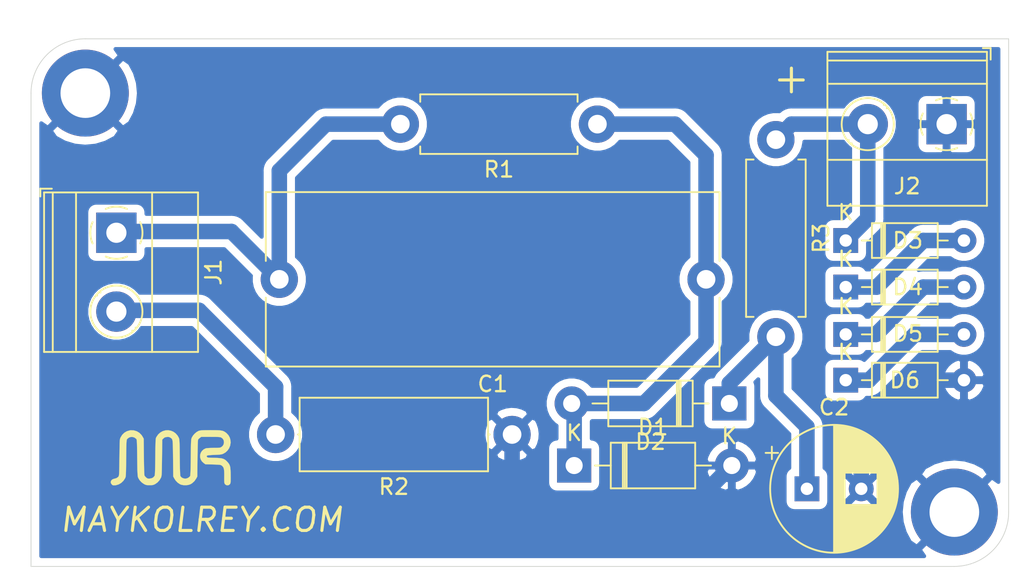
<source format=kicad_pcb>
(kicad_pcb (version 20171130) (host pcbnew "(5.1.6)-1")

  (general
    (thickness 1.6)
    (drawings 9)
    (tracks 43)
    (zones 0)
    (modules 17)
    (nets 10)
  )

  (page A4)
  (layers
    (0 F.Cu signal)
    (31 B.Cu signal)
    (32 B.Adhes user)
    (33 F.Adhes user)
    (34 B.Paste user)
    (35 F.Paste user)
    (36 B.SilkS user)
    (37 F.SilkS user)
    (38 B.Mask user)
    (39 F.Mask user)
    (40 Dwgs.User user)
    (41 Cmts.User user)
    (42 Eco1.User user)
    (43 Eco2.User user)
    (44 Edge.Cuts user)
    (45 Margin user)
    (46 B.CrtYd user)
    (47 F.CrtYd user)
    (48 B.Fab user hide)
    (49 F.Fab user hide)
  )

  (setup
    (last_trace_width 1)
    (trace_clearance 0.4)
    (zone_clearance 0.508)
    (zone_45_only no)
    (trace_min 0.2)
    (via_size 0.8)
    (via_drill 0.4)
    (via_min_size 0.4)
    (via_min_drill 0.3)
    (uvia_size 0.3)
    (uvia_drill 0.1)
    (uvias_allowed no)
    (uvia_min_size 0.2)
    (uvia_min_drill 0.1)
    (edge_width 0.05)
    (segment_width 0.2)
    (pcb_text_width 0.3)
    (pcb_text_size 1.5 1.5)
    (mod_edge_width 0.12)
    (mod_text_size 1 1)
    (mod_text_width 0.15)
    (pad_size 1.524 1.524)
    (pad_drill 0.762)
    (pad_to_mask_clearance 0.05)
    (aux_axis_origin 0 0)
    (visible_elements 7FFFFFFF)
    (pcbplotparams
      (layerselection 0x01060_fffffffe)
      (usegerberextensions false)
      (usegerberattributes true)
      (usegerberadvancedattributes true)
      (creategerberjobfile true)
      (excludeedgelayer true)
      (linewidth 0.100000)
      (plotframeref false)
      (viasonmask false)
      (mode 1)
      (useauxorigin false)
      (hpglpennumber 1)
      (hpglpenspeed 20)
      (hpglpendiameter 15.000000)
      (psnegative false)
      (psa4output false)
      (plotreference true)
      (plotvalue true)
      (plotinvisibletext false)
      (padsonsilk false)
      (subtractmaskfromsilk false)
      (outputformat 1)
      (mirror false)
      (drillshape 0)
      (scaleselection 1)
      (outputdirectory "gerber_fuenteCapacitiva/"))
  )

  (net 0 "")
  (net 1 "Net-(C1-Pad1)")
  (net 2 GNDREF)
  (net 3 +12V)
  (net 4 "Net-(J1-Pad2)")
  (net 5 /VAC)
  (net 6 "Net-(C2-Pad1)")
  (net 7 "Net-(D3-Pad2)")
  (net 8 "Net-(D4-Pad2)")
  (net 9 "Net-(D5-Pad2)")

  (net_class Default "This is the default net class."
    (clearance 0.4)
    (trace_width 1)
    (via_dia 0.8)
    (via_drill 0.4)
    (uvia_dia 0.3)
    (uvia_drill 0.1)
    (add_net +12V)
    (add_net /VAC)
    (add_net GNDREF)
    (add_net "Net-(C1-Pad1)")
    (add_net "Net-(C2-Pad1)")
    (add_net "Net-(D3-Pad2)")
    (add_net "Net-(D4-Pad2)")
    (add_net "Net-(D5-Pad2)")
    (add_net "Net-(J1-Pad2)")
  )

  (module MSS_Devices:logo-mr (layer B.Cu) (tedit 0) (tstamp 5F5439FD)
    (at 144 89 180)
    (fp_text reference G*** (at 0 0) (layer B.SilkS) hide
      (effects (font (size 1.524 1.524) (thickness 0.3)) (justify mirror))
    )
    (fp_text value LOGO (at 0.75 0) (layer B.SilkS) hide
      (effects (font (size 1.524 1.524) (thickness 0.3)) (justify mirror))
    )
    (fp_poly (pts (xy 3.507507 2.221545) (xy 3.732392 2.217584) (xy 3.911397 2.208974) (xy 4.053325 2.194073)
      (xy 4.166979 2.171237) (xy 4.26116 2.138824) (xy 4.344673 2.095191) (xy 4.42632 2.038695)
      (xy 4.491989 1.986595) (xy 4.649969 1.819446) (xy 4.757168 1.625591) (xy 4.815004 1.414484)
      (xy 4.824897 1.195575) (xy 4.788266 0.978316) (xy 4.70653 0.772159) (xy 4.58111 0.586555)
      (xy 4.413423 0.430957) (xy 4.243448 0.3315) (xy 4.175625 0.303018) (xy 4.106649 0.281677)
      (xy 4.024778 0.265898) (xy 3.918271 0.254104) (xy 3.775384 0.244716) (xy 3.584376 0.236156)
      (xy 3.513876 0.233435) (xy 3.291819 0.223831) (xy 3.126537 0.212843) (xy 3.011307 0.198611)
      (xy 2.939406 0.179275) (xy 2.904112 0.152975) (xy 2.898701 0.11785) (xy 2.91645 0.07204)
      (xy 2.918258 0.068624) (xy 2.934539 0.046096) (xy 2.961877 0.029365) (xy 3.009456 0.017286)
      (xy 3.086456 0.008711) (xy 3.202058 0.002496) (xy 3.365445 -0.002505) (xy 3.515773 -0.005954)
      (xy 3.766713 -0.01399) (xy 3.965058 -0.028276) (xy 4.12165 -0.05222) (xy 4.247332 -0.089228)
      (xy 4.352944 -0.142708) (xy 4.449329 -0.216065) (xy 4.547329 -0.312706) (xy 4.569965 -0.337193)
      (xy 4.649019 -0.429035) (xy 4.709903 -0.516692) (xy 4.755062 -0.61035) (xy 4.786942 -0.720196)
      (xy 4.807988 -0.856416) (xy 4.820646 -1.029195) (xy 4.82736 -1.248721) (xy 4.829673 -1.418984)
      (xy 4.831124 -1.636455) (xy 4.830157 -1.799779) (xy 4.826139 -1.918287) (xy 4.818436 -2.001308)
      (xy 4.806414 -2.05817) (xy 4.789442 -2.098203) (xy 4.782822 -2.109042) (xy 4.697793 -2.187889)
      (xy 4.590157 -2.21916) (xy 4.479314 -2.202897) (xy 4.384665 -2.139144) (xy 4.360566 -2.10811)
      (xy 4.339933 -2.067739) (xy 4.3257 -2.013155) (xy 4.317033 -1.93376) (xy 4.3131 -1.818956)
      (xy 4.313069 -1.658145) (xy 4.314732 -1.524837) (xy 4.315444 -1.276886) (xy 4.308296 -1.083672)
      (xy 4.292093 -0.936783) (xy 4.265638 -0.827808) (xy 4.227735 -0.748335) (xy 4.199059 -0.711376)
      (xy 4.149288 -0.659082) (xy 4.102747 -0.619865) (xy 4.049479 -0.591555) (xy 3.979531 -0.571985)
      (xy 3.882945 -0.558987) (xy 3.749767 -0.550394) (xy 3.570041 -0.544037) (xy 3.41092 -0.53975)
      (xy 2.799248 -0.523875) (xy 2.661686 -0.427215) (xy 2.513913 -0.289535) (xy 2.417569 -0.127899)
      (xy 2.371244 0.047293) (xy 2.373522 0.225641) (xy 2.422993 0.396746) (xy 2.518242 0.550209)
      (xy 2.657856 0.67563) (xy 2.82255 0.756723) (xy 2.899196 0.771344) (xy 3.028946 0.78279)
      (xy 3.201459 0.790442) (xy 3.40639 0.793683) (xy 3.44217 0.79375) (xy 3.64121 0.794698)
      (xy 3.787995 0.798253) (xy 3.893754 0.805482) (xy 3.969714 0.817452) (xy 4.027103 0.835231)
      (xy 4.064495 0.852904) (xy 4.189897 0.953947) (xy 4.268429 1.092961) (xy 4.294075 1.258863)
      (xy 4.266683 1.417082) (xy 4.186863 1.5419) (xy 4.086087 1.620648) (xy 4.049568 1.640224)
      (xy 4.006754 1.6552) (xy 3.949129 1.666186) (xy 3.868172 1.673792) (xy 3.755367 1.678629)
      (xy 3.602194 1.681307) (xy 3.400135 1.682436) (xy 3.220855 1.682632) (xy 2.457086 1.68275)
      (xy 2.348636 1.602738) (xy 2.271968 1.539053) (xy 2.215979 1.480045) (xy 2.20753 1.467801)
      (xy 2.19903 1.422009) (xy 2.190905 1.315806) (xy 2.183255 1.152284) (xy 2.176179 0.934529)
      (xy 2.169774 0.665633) (xy 2.164142 0.348684) (xy 2.159379 -0.013228) (xy 2.159 -0.047625)
      (xy 2.143125 -1.508125) (xy 2.058975 -1.666875) (xy 1.911582 -1.881372) (xy 1.722457 -2.052636)
      (xy 1.596109 -2.129224) (xy 1.435768 -2.184306) (xy 1.243488 -2.210115) (xy 1.043423 -2.206451)
      (xy 0.859726 -2.173111) (xy 0.762 -2.136154) (xy 0.568256 -2.008493) (xy 0.399378 -1.834471)
      (xy 0.291127 -1.668704) (xy 0.206375 -1.508125) (xy 0.1905 -0.047625) (xy 0.186724 0.303278)
      (xy 0.183216 0.59638) (xy 0.179258 0.837376) (xy 0.17413 1.031958) (xy 0.167114 1.185818)
      (xy 0.157492 1.30465) (xy 0.144544 1.394147) (xy 0.127552 1.460001) (xy 0.105798 1.507904)
      (xy 0.078563 1.543551) (xy 0.045128 1.572633) (xy 0.004774 1.600843) (xy -0.019681 1.617399)
      (xy -0.097112 1.661281) (xy -0.176734 1.679309) (xy -0.286756 1.677301) (xy -0.303598 1.675969)
      (xy -0.420863 1.659407) (xy -0.503089 1.625807) (xy -0.578519 1.563423) (xy -0.581621 1.560336)
      (xy -0.682625 1.459383) (xy -0.699792 0.007379) (xy -0.703995 -0.336177) (xy -0.707955 -0.622239)
      (xy -0.711973 -0.856813) (xy -0.71635 -1.045901) (xy -0.721386 -1.19551) (xy -0.727384 -1.311642)
      (xy -0.734644 -1.400302) (xy -0.743467 -1.467494) (xy -0.754154 -1.519224) (xy -0.767007 -1.561494)
      (xy -0.780146 -1.595156) (xy -0.901828 -1.808443) (xy -1.069909 -1.990992) (xy -1.241349 -2.111632)
      (xy -1.331907 -2.158259) (xy -1.41109 -2.186597) (xy -1.500318 -2.201095) (xy -1.621009 -2.206202)
      (xy -1.698625 -2.206625) (xy -1.842845 -2.204492) (xy -1.944991 -2.19515) (xy -2.026431 -2.174184)
      (xy -2.10853 -2.13718) (xy -2.15441 -2.112445) (xy -2.338482 -1.982625) (xy -2.493694 -1.818743)
      (xy -2.604646 -1.637846) (xy -2.623021 -1.593676) (xy -2.63649 -1.55221) (xy -2.64786 -1.501575)
      (xy -2.657404 -1.43584) (xy -2.665396 -1.349073) (xy -2.672111 -1.235341) (xy -2.677822 -1.088713)
      (xy -2.682804 -0.903257) (xy -2.68733 -0.673041) (xy -2.691675 -0.392132) (xy -2.696111 -0.0546)
      (xy -2.696843 0.004661) (xy -2.701132 0.346116) (xy -2.705066 0.629765) (xy -2.70895 0.861298)
      (xy -2.713087 1.046405) (xy -2.717783 1.190776) (xy -2.72334 1.300102) (xy -2.730063 1.380073)
      (xy -2.738257 1.436378) (xy -2.748225 1.474709) (xy -2.760271 1.500755) (xy -2.7747 1.520207)
      (xy -2.778051 1.523974) (xy -2.907612 1.624839) (xy -3.057673 1.675156) (xy -3.213828 1.675797)
      (xy -3.361669 1.627637) (xy -3.486793 1.531548) (xy -3.528173 1.478513) (xy -3.53898 1.450823)
      (xy -3.548287 1.399355) (xy -3.556287 1.319151) (xy -3.563175 1.205253) (xy -3.569145 1.052703)
      (xy -3.574388 0.856542) (xy -3.5791 0.611812) (xy -3.583474 0.313555) (xy -3.587702 -0.043187)
      (xy -3.58775 -0.047625) (xy -3.591546 -0.390243) (xy -3.595032 -0.675312) (xy -3.598531 -0.908779)
      (xy -3.602367 -1.096593) (xy -3.606862 -1.244702) (xy -3.612341 -1.359051) (xy -3.619126 -1.445591)
      (xy -3.627541 -1.510268) (xy -3.637909 -1.55903) (xy -3.650553 -1.597824) (xy -3.665797 -1.632599)
      (xy -3.674906 -1.651164) (xy -3.808386 -1.855201) (xy -3.981743 -2.020964) (xy -4.184248 -2.140933)
      (xy -4.405169 -2.20759) (xy -4.482016 -2.216733) (xy -4.590438 -2.220992) (xy -4.659569 -2.210008)
      (xy -4.712967 -2.177629) (xy -4.744413 -2.148224) (xy -4.813546 -2.043014) (xy -4.826451 -1.933297)
      (xy -4.7882 -1.831129) (xy -4.703869 -1.748561) (xy -4.578531 -1.697648) (xy -4.552741 -1.692888)
      (xy -4.371908 -1.642121) (xy -4.241631 -1.553665) (xy -4.199237 -1.501) (xy -4.185924 -1.476185)
      (xy -4.174732 -1.442047) (xy -4.165394 -1.392883) (xy -4.157643 -1.32299) (xy -4.151212 -1.226664)
      (xy -4.145835 -1.098203) (xy -4.141242 -0.931904) (xy -4.137168 -0.722064) (xy -4.133346 -0.462981)
      (xy -4.129507 -0.14895) (xy -4.1275 0.030277) (xy -4.123659 0.37157) (xy -4.120089 0.655377)
      (xy -4.116473 0.887709) (xy -4.112492 1.074579) (xy -4.107829 1.221998) (xy -4.102163 1.335977)
      (xy -4.095177 1.422529) (xy -4.086552 1.487663) (xy -4.07597 1.537393) (xy -4.063112 1.577729)
      (xy -4.04766 1.614683) (xy -4.043017 1.624828) (xy -3.910307 1.842215) (xy -3.73693 2.014477)
      (xy -3.529481 2.136961) (xy -3.294559 2.205012) (xy -3.206296 2.215163) (xy -2.958326 2.202684)
      (xy -2.727641 2.131978) (xy -2.522758 2.007616) (xy -2.352196 1.83417) (xy -2.273262 1.7145)
      (xy -2.174875 1.539875) (xy -2.159 0.079375) (xy -2.154423 -0.295385) (xy -2.149426 -0.610335)
      (xy -2.143876 -0.869165) (xy -2.137643 -1.075564) (xy -2.130592 -1.233222) (xy -2.122593 -1.345827)
      (xy -2.113511 -1.417069) (xy -2.104154 -1.449137) (xy -2.054519 -1.513675) (xy -1.980825 -1.587616)
      (xy -1.962797 -1.603302) (xy -1.895838 -1.652808) (xy -1.831713 -1.676226) (xy -1.744763 -1.680092)
      (xy -1.676766 -1.676169) (xy -1.511819 -1.643538) (xy -1.386875 -1.567911) (xy -1.290898 -1.444625)
      (xy -1.280876 -1.402811) (xy -1.271892 -1.312299) (xy -1.263863 -1.170742) (xy -1.256709 -0.975796)
      (xy -1.250349 -0.725114) (xy -1.244701 -0.41635) (xy -1.239684 -0.047159) (xy -1.23825 0.079375)
      (xy -1.234448 0.422074) (xy -1.230948 0.707176) (xy -1.227433 0.940582) (xy -1.223586 1.128194)
      (xy -1.21909 1.275912) (xy -1.213627 1.389637) (xy -1.206879 1.475269) (xy -1.198531 1.538709)
      (xy -1.188263 1.585859) (xy -1.175759 1.622618) (xy -1.160702 1.654887) (xy -1.152709 1.670077)
      (xy -1.010428 1.87679) (xy -0.836643 2.034696) (xy -0.639829 2.144017) (xy -0.428465 2.204974)
      (xy -0.211028 2.217788) (xy 0.004005 2.18268) (xy 0.208156 2.099872) (xy 0.392948 1.969584)
      (xy 0.549903 1.792038) (xy 0.646514 1.623137) (xy 0.662557 1.586305) (xy 0.675949 1.547382)
      (xy 0.687006 1.500358) (xy 0.696045 1.439223) (xy 0.703382 1.357969) (xy 0.709334 1.250585)
      (xy 0.714216 1.111062) (xy 0.718344 0.933391) (xy 0.722035 0.711562) (xy 0.725606 0.439566)
      (xy 0.729371 0.111392) (xy 0.73025 0.03175) (xy 0.734644 -0.330438) (xy 0.739304 -0.63372)
      (xy 0.744404 -0.882689) (xy 0.750116 -1.081939) (xy 0.756617 -1.236062) (xy 0.76408 -1.349653)
      (xy 0.772679 -1.427305) (xy 0.782589 -1.473611) (xy 0.787838 -1.486011) (xy 0.880908 -1.589799)
      (xy 1.009831 -1.656101) (xy 1.157014 -1.681716) (xy 1.304861 -1.663444) (xy 1.429613 -1.602737)
      (xy 1.506281 -1.539052) (xy 1.56227 -1.480044) (xy 1.570719 -1.4678) (xy 1.579252 -1.421966)
      (xy 1.58741 -1.315782) (xy 1.595091 -1.1524) (xy 1.602193 -0.93497) (xy 1.608615 -0.666643)
      (xy 1.614255 -0.350567) (xy 1.619009 0.010105) (xy 1.61925 0.03175) (xy 1.623044 0.37206)
      (xy 1.626501 0.654943) (xy 1.629965 0.886468) (xy 1.633781 1.072704) (xy 1.638294 1.21972)
      (xy 1.643848 1.333585) (xy 1.650787 1.420369) (xy 1.659456 1.48614) (xy 1.670199 1.536968)
      (xy 1.683361 1.578922) (xy 1.699287 1.618071) (xy 1.710747 1.643702) (xy 1.803642 1.79633)
      (xy 1.93529 1.944536) (xy 2.087282 2.071088) (xy 2.241208 2.158756) (xy 2.274653 2.171507)
      (xy 2.334109 2.187993) (xy 2.40921 2.200665) (xy 2.50832 2.209968) (xy 2.639801 2.216351)
      (xy 2.812017 2.220262) (xy 3.033331 2.222147) (xy 3.22794 2.222501) (xy 3.507507 2.221545)) (layer B.Mask) (width 0.01))
  )

  (module MSS_Devices:logo-mr_78x3.6mm (layer F.Cu) (tedit 0) (tstamp 5F543935)
    (at 123 103)
    (fp_text reference G*** (at 0 0) (layer F.SilkS) hide
      (effects (font (size 1.524 1.524) (thickness 0.3)))
    )
    (fp_text value LOGO (at 0.75 0) (layer F.SilkS) hide
      (effects (font (size 1.524 1.524) (thickness 0.3)))
    )
    (fp_poly (pts (xy 2.806006 -1.777236) (xy 2.985914 -1.774067) (xy 3.129118 -1.767179) (xy 3.24266 -1.755258)
      (xy 3.333583 -1.736989) (xy 3.408928 -1.711059) (xy 3.475738 -1.676153) (xy 3.541056 -1.630956)
      (xy 3.593591 -1.589276) (xy 3.719975 -1.455557) (xy 3.805734 -1.300473) (xy 3.852003 -1.131587)
      (xy 3.859917 -0.95646) (xy 3.830613 -0.782653) (xy 3.765224 -0.617727) (xy 3.664888 -0.469244)
      (xy 3.530739 -0.344765) (xy 3.394758 -0.2652) (xy 3.3405 -0.242414) (xy 3.285319 -0.225341)
      (xy 3.219823 -0.212719) (xy 3.134617 -0.203283) (xy 3.020307 -0.195773) (xy 2.8675 -0.188925)
      (xy 2.811101 -0.186748) (xy 2.633455 -0.179065) (xy 2.501229 -0.170274) (xy 2.409046 -0.158889)
      (xy 2.351525 -0.14342) (xy 2.323289 -0.12238) (xy 2.31896 -0.09428) (xy 2.33316 -0.057632)
      (xy 2.334606 -0.054899) (xy 2.347631 -0.036877) (xy 2.369502 -0.023492) (xy 2.407565 -0.013829)
      (xy 2.469165 -0.006969) (xy 2.561646 -0.001997) (xy 2.692356 0.002004) (xy 2.812619 0.004763)
      (xy 3.01337 0.011192) (xy 3.172046 0.022621) (xy 3.29732 0.041776) (xy 3.397865 0.071383)
      (xy 3.482355 0.114166) (xy 3.559463 0.172852) (xy 3.637863 0.250165) (xy 3.655972 0.269754)
      (xy 3.719215 0.343228) (xy 3.767922 0.413354) (xy 3.80405 0.48828) (xy 3.829553 0.576157)
      (xy 3.84639 0.685132) (xy 3.856516 0.823356) (xy 3.861888 0.998977) (xy 3.863739 1.135187)
      (xy 3.864899 1.309164) (xy 3.864125 1.439823) (xy 3.860911 1.53463) (xy 3.854748 1.601046)
      (xy 3.845131 1.646536) (xy 3.831553 1.678562) (xy 3.826258 1.687234) (xy 3.758235 1.750311)
      (xy 3.672126 1.775328) (xy 3.583451 1.762317) (xy 3.507732 1.711315) (xy 3.488453 1.686488)
      (xy 3.471946 1.654191) (xy 3.46056 1.610524) (xy 3.453626 1.547008) (xy 3.45048 1.455164)
      (xy 3.450455 1.326516) (xy 3.451785 1.219869) (xy 3.452355 1.021508) (xy 3.446637 0.866937)
      (xy 3.433674 0.749427) (xy 3.41251 0.662247) (xy 3.382188 0.598668) (xy 3.359247 0.569101)
      (xy 3.319431 0.527266) (xy 3.282197 0.495892) (xy 3.239583 0.473244) (xy 3.183624 0.457588)
      (xy 3.106356 0.44719) (xy 2.999813 0.440315) (xy 2.856033 0.43523) (xy 2.728736 0.4318)
      (xy 2.239399 0.4191) (xy 2.129349 0.341772) (xy 2.01113 0.231628) (xy 1.934055 0.102319)
      (xy 1.896995 -0.037834) (xy 1.898818 -0.180513) (xy 1.938394 -0.317397) (xy 2.014593 -0.440168)
      (xy 2.126285 -0.540504) (xy 2.25804 -0.605378) (xy 2.319356 -0.617076) (xy 2.423157 -0.626232)
      (xy 2.561167 -0.632354) (xy 2.725112 -0.634946) (xy 2.753736 -0.635) (xy 2.912968 -0.635759)
      (xy 3.030396 -0.638603) (xy 3.115003 -0.644386) (xy 3.175771 -0.653962) (xy 3.221682 -0.668185)
      (xy 3.251596 -0.682323) (xy 3.351918 -0.763158) (xy 3.414743 -0.874369) (xy 3.43526 -1.007091)
      (xy 3.413346 -1.133666) (xy 3.34949 -1.23352) (xy 3.268869 -1.296518) (xy 3.239654 -1.312179)
      (xy 3.205403 -1.32416) (xy 3.159303 -1.332949) (xy 3.094538 -1.339034) (xy 3.004293 -1.342903)
      (xy 2.881755 -1.345046) (xy 2.720108 -1.345949) (xy 2.576684 -1.346106) (xy 1.965669 -1.3462)
      (xy 1.878909 -1.282191) (xy 1.817574 -1.231243) (xy 1.772783 -1.184036) (xy 1.766024 -1.174241)
      (xy 1.759224 -1.137607) (xy 1.752724 -1.052645) (xy 1.746604 -0.921827) (xy 1.740943 -0.747624)
      (xy 1.735819 -0.532507) (xy 1.731313 -0.278948) (xy 1.727503 0.010582) (xy 1.7272 0.0381)
      (xy 1.7145 1.2065) (xy 1.64718 1.3335) (xy 1.529265 1.505097) (xy 1.377965 1.642109)
      (xy 1.276887 1.703379) (xy 1.148614 1.747445) (xy 0.994791 1.768092) (xy 0.834738 1.76516)
      (xy 0.687781 1.738489) (xy 0.6096 1.708923) (xy 0.454604 1.606795) (xy 0.319503 1.467577)
      (xy 0.232901 1.334963) (xy 0.1651 1.2065) (xy 0.1524 0.0381) (xy 0.149379 -0.242622)
      (xy 0.146573 -0.477104) (xy 0.143406 -0.669901) (xy 0.139304 -0.825566) (xy 0.133691 -0.948655)
      (xy 0.125993 -1.04372) (xy 0.115635 -1.115318) (xy 0.102042 -1.168001) (xy 0.084638 -1.206324)
      (xy 0.06285 -1.234841) (xy 0.036102 -1.258106) (xy 0.003819 -1.280674) (xy -0.015745 -1.293919)
      (xy -0.077689 -1.329025) (xy -0.141387 -1.343447) (xy -0.229405 -1.341841) (xy -0.242879 -1.340775)
      (xy -0.33669 -1.327526) (xy -0.402472 -1.300646) (xy -0.462816 -1.250738) (xy -0.465297 -1.248269)
      (xy -0.5461 -1.167507) (xy -0.559834 -0.005904) (xy -0.563196 0.268941) (xy -0.566364 0.497791)
      (xy -0.569578 0.68545) (xy -0.57308 0.836721) (xy -0.577109 0.956408) (xy -0.581907 1.049313)
      (xy -0.587715 1.120241) (xy -0.594774 1.173995) (xy -0.603324 1.215379) (xy -0.613606 1.249195)
      (xy -0.624117 1.276125) (xy -0.721462 1.446754) (xy -0.855928 1.592793) (xy -0.993079 1.689306)
      (xy -1.065526 1.726607) (xy -1.128872 1.749278) (xy -1.200254 1.760876) (xy -1.296807 1.764961)
      (xy -1.3589 1.7653) (xy -1.474276 1.763593) (xy -1.555993 1.75612) (xy -1.621145 1.739347)
      (xy -1.686824 1.709744) (xy -1.723528 1.689956) (xy -1.870786 1.5861) (xy -1.994955 1.454994)
      (xy -2.083717 1.310276) (xy -2.098417 1.274941) (xy -2.109192 1.241768) (xy -2.118288 1.20126)
      (xy -2.125923 1.148672) (xy -2.132317 1.079258) (xy -2.137689 0.988273) (xy -2.142258 0.87097)
      (xy -2.146243 0.722605) (xy -2.149864 0.538432) (xy -2.15334 0.313706) (xy -2.156889 0.04368)
      (xy -2.157475 -0.003729) (xy -2.160906 -0.276893) (xy -2.164053 -0.503812) (xy -2.16716 -0.689039)
      (xy -2.17047 -0.837124) (xy -2.174226 -0.952621) (xy -2.178672 -1.040082) (xy -2.184051 -1.104058)
      (xy -2.190605 -1.149103) (xy -2.19858 -1.179767) (xy -2.208217 -1.200604) (xy -2.21976 -1.216166)
      (xy -2.222441 -1.219179) (xy -2.32609 -1.299871) (xy -2.446139 -1.340125) (xy -2.571062 -1.340638)
      (xy -2.689336 -1.30211) (xy -2.789434 -1.225238) (xy -2.822538 -1.18281) (xy -2.831184 -1.160658)
      (xy -2.838629 -1.119484) (xy -2.84503 -1.055321) (xy -2.85054 -0.964203) (xy -2.855316 -0.842162)
      (xy -2.859511 -0.685233) (xy -2.86328 -0.48945) (xy -2.866779 -0.250844) (xy -2.870162 0.034549)
      (xy -2.8702 0.0381) (xy -2.873237 0.312194) (xy -2.876026 0.540249) (xy -2.878825 0.727023)
      (xy -2.881894 0.877275) (xy -2.88549 0.995761) (xy -2.889873 1.087241) (xy -2.895301 1.156473)
      (xy -2.902033 1.208214) (xy -2.910327 1.247224) (xy -2.920443 1.278259) (xy -2.932638 1.306079)
      (xy -2.939925 1.320931) (xy -3.046709 1.484161) (xy -3.185395 1.616771) (xy -3.347398 1.712747)
      (xy -3.524135 1.766072) (xy -3.585613 1.773386) (xy -3.67235 1.776794) (xy -3.727656 1.768006)
      (xy -3.770374 1.742103) (xy -3.79553 1.718579) (xy -3.850837 1.634411) (xy -3.861161 1.546638)
      (xy -3.83056 1.464903) (xy -3.763095 1.398849) (xy -3.662825 1.358118) (xy -3.642193 1.35431)
      (xy -3.497527 1.313697) (xy -3.393305 1.242932) (xy -3.35939 1.2008) (xy -3.348739 1.180948)
      (xy -3.339785 1.153638) (xy -3.332315 1.114306) (xy -3.326115 1.058392) (xy -3.32097 0.981331)
      (xy -3.316668 0.878562) (xy -3.312994 0.745523) (xy -3.309735 0.577651) (xy -3.306677 0.370384)
      (xy -3.303606 0.11916) (xy -3.302 -0.024222) (xy -3.298927 -0.297256) (xy -3.296071 -0.524301)
      (xy -3.293179 -0.710168) (xy -3.289994 -0.859664) (xy -3.286263 -0.977599) (xy -3.28173 -1.068782)
      (xy -3.276142 -1.138023) (xy -3.269242 -1.190131) (xy -3.260776 -1.229914) (xy -3.25049 -1.262183)
      (xy -3.238128 -1.291747) (xy -3.234414 -1.299863) (xy -3.128246 -1.473772) (xy -2.989544 -1.611582)
      (xy -2.823585 -1.709569) (xy -2.635647 -1.764009) (xy -2.565037 -1.772131) (xy -2.366661 -1.762147)
      (xy -2.182113 -1.705582) (xy -2.018206 -1.606093) (xy -1.881757 -1.467336) (xy -1.81861 -1.3716)
      (xy -1.7399 -1.2319) (xy -1.7272 -0.0635) (xy -1.723538 0.236308) (xy -1.719541 0.488268)
      (xy -1.715101 0.695332) (xy -1.710114 0.860451) (xy -1.704474 0.986577) (xy -1.698074 1.076661)
      (xy -1.690809 1.133655) (xy -1.683323 1.15931) (xy -1.643615 1.21094) (xy -1.58466 1.270093)
      (xy -1.570238 1.282641) (xy -1.516671 1.322247) (xy -1.46537 1.340981) (xy -1.395811 1.344074)
      (xy -1.341413 1.340935) (xy -1.209456 1.31483) (xy -1.1095 1.254329) (xy -1.032718 1.1557)
      (xy -1.024701 1.122248) (xy -1.017514 1.049839) (xy -1.011091 0.936594) (xy -1.005367 0.780637)
      (xy -1.000279 0.580091) (xy -0.995761 0.33308) (xy -0.991747 0.037727) (xy -0.9906 -0.0635)
      (xy -0.987559 -0.337659) (xy -0.984759 -0.565741) (xy -0.981947 -0.752466) (xy -0.978869 -0.902556)
      (xy -0.975272 -1.02073) (xy -0.970902 -1.111709) (xy -0.965504 -1.180215) (xy -0.958825 -1.230968)
      (xy -0.95061 -1.268687) (xy -0.940607 -1.298094) (xy -0.928562 -1.32391) (xy -0.922167 -1.336062)
      (xy -0.808343 -1.501432) (xy -0.669314 -1.627757) (xy -0.511863 -1.715214) (xy -0.342772 -1.763979)
      (xy -0.168823 -1.77423) (xy 0.003204 -1.746144) (xy 0.166525 -1.679897) (xy 0.314358 -1.575667)
      (xy 0.439923 -1.43363) (xy 0.517211 -1.29851) (xy 0.530045 -1.269044) (xy 0.540759 -1.237906)
      (xy 0.549605 -1.200286) (xy 0.556836 -1.151379) (xy 0.562706 -1.086375) (xy 0.567467 -1.000468)
      (xy 0.571372 -0.88885) (xy 0.574675 -0.746713) (xy 0.577628 -0.56925) (xy 0.580484 -0.351653)
      (xy 0.583497 -0.089114) (xy 0.5842 -0.0254) (xy 0.587715 0.26435) (xy 0.591443 0.506976)
      (xy 0.595523 0.706151) (xy 0.600093 0.865551) (xy 0.605294 0.98885) (xy 0.611264 1.079723)
      (xy 0.618143 1.141844) (xy 0.626071 1.178889) (xy 0.630271 1.188809) (xy 0.704726 1.271839)
      (xy 0.807865 1.324881) (xy 0.925611 1.345373) (xy 1.043889 1.330755) (xy 1.14369 1.28219)
      (xy 1.205025 1.231242) (xy 1.249816 1.184035) (xy 1.256575 1.17424) (xy 1.263401 1.137572)
      (xy 1.269928 1.052626) (xy 1.276073 0.92192) (xy 1.281755 0.747976) (xy 1.286892 0.533314)
      (xy 1.291404 0.280454) (xy 1.295207 -0.008084) (xy 1.2954 -0.0254) (xy 1.298435 -0.297648)
      (xy 1.3012 -0.523955) (xy 1.303972 -0.709174) (xy 1.307025 -0.858163) (xy 1.310635 -0.975776)
      (xy 1.315078 -1.066868) (xy 1.320629 -1.136295) (xy 1.327564 -1.188912) (xy 1.336159 -1.229575)
      (xy 1.346689 -1.263138) (xy 1.359429 -1.294457) (xy 1.368597 -1.314961) (xy 1.442914 -1.437064)
      (xy 1.548232 -1.555629) (xy 1.669826 -1.65687) (xy 1.792967 -1.727005) (xy 1.819722 -1.737206)
      (xy 1.867287 -1.750395) (xy 1.927368 -1.760532) (xy 2.006656 -1.767975) (xy 2.111841 -1.773081)
      (xy 2.249614 -1.77621) (xy 2.426665 -1.777717) (xy 2.582352 -1.778001) (xy 2.806006 -1.777236)) (layer F.SilkS) (width 0.01))
  )

  (module MountingHole:MountingHole_3.2mm_M3_DIN965_Pad (layer F.Cu) (tedit 56D1B4CB) (tstamp 5F53E09B)
    (at 173.5 106.5)
    (descr "Mounting Hole 3.2mm, M3, DIN965")
    (tags "mounting hole 3.2mm m3 din965")
    (path /5F550D2D)
    (attr virtual)
    (fp_text reference J4 (at 0 -3.8) (layer F.SilkS) hide
      (effects (font (size 1 1) (thickness 0.15)))
    )
    (fp_text value MH (at 0 3.8) (layer F.Fab)
      (effects (font (size 1 1) (thickness 0.15)))
    )
    (fp_text user %R (at 0.3 0) (layer F.Fab)
      (effects (font (size 1 1) (thickness 0.15)))
    )
    (fp_circle (center 0 0) (end 2.8 0) (layer Cmts.User) (width 0.15))
    (fp_circle (center 0 0) (end 3.05 0) (layer F.CrtYd) (width 0.05))
    (pad 1 thru_hole circle (at 0 0) (size 5.6 5.6) (drill 3.2) (layers *.Cu *.Mask)
      (net 2 GNDREF))
  )

  (module MountingHole:MountingHole_3.2mm_M3_DIN965_Pad (layer F.Cu) (tedit 56D1B4CB) (tstamp 5F53E093)
    (at 117.5 79.5)
    (descr "Mounting Hole 3.2mm, M3, DIN965")
    (tags "mounting hole 3.2mm m3 din965")
    (path /5F54F7EA)
    (attr virtual)
    (fp_text reference J3 (at 0 -3.8) (layer F.SilkS) hide
      (effects (font (size 1 1) (thickness 0.15)))
    )
    (fp_text value MH (at 0 3.8) (layer F.Fab)
      (effects (font (size 1 1) (thickness 0.15)))
    )
    (fp_text user %R (at 0.3 0) (layer F.Fab)
      (effects (font (size 1 1) (thickness 0.15)))
    )
    (fp_circle (center 0 0) (end 2.8 0) (layer Cmts.User) (width 0.15))
    (fp_circle (center 0 0) (end 3.05 0) (layer F.CrtYd) (width 0.05))
    (pad 1 thru_hole circle (at 0 0) (size 5.6 5.6) (drill 3.2) (layers *.Cu *.Mask)
      (net 2 GNDREF))
  )

  (module Diode_THT:D_DO-35_SOD27_P7.62mm_Horizontal (layer F.Cu) (tedit 5AE50CD5) (tstamp 5F53D302)
    (at 166.5 98)
    (descr "Diode, DO-35_SOD27 series, Axial, Horizontal, pin pitch=7.62mm, , length*diameter=4*2mm^2, , http://www.diodes.com/_files/packages/DO-35.pdf")
    (tags "Diode DO-35_SOD27 series Axial Horizontal pin pitch 7.62mm  length 4mm diameter 2mm")
    (path /5F547AE9)
    (fp_text reference D6 (at 3.81 0) (layer F.SilkS)
      (effects (font (size 1 1) (thickness 0.15)))
    )
    (fp_text value 1N5225B-TAP (at 3.81 2.12) (layer F.Fab)
      (effects (font (size 1 1) (thickness 0.15)))
    )
    (fp_text user K (at 0 -1.8) (layer F.SilkS)
      (effects (font (size 1 1) (thickness 0.15)))
    )
    (fp_text user K (at 0 -1.8) (layer F.Fab)
      (effects (font (size 1 1) (thickness 0.15)))
    )
    (fp_text user %R (at 4.11 0) (layer F.Fab)
      (effects (font (size 0.8 0.8) (thickness 0.12)))
    )
    (fp_line (start 1.81 -1) (end 1.81 1) (layer F.Fab) (width 0.1))
    (fp_line (start 1.81 1) (end 5.81 1) (layer F.Fab) (width 0.1))
    (fp_line (start 5.81 1) (end 5.81 -1) (layer F.Fab) (width 0.1))
    (fp_line (start 5.81 -1) (end 1.81 -1) (layer F.Fab) (width 0.1))
    (fp_line (start 0 0) (end 1.81 0) (layer F.Fab) (width 0.1))
    (fp_line (start 7.62 0) (end 5.81 0) (layer F.Fab) (width 0.1))
    (fp_line (start 2.41 -1) (end 2.41 1) (layer F.Fab) (width 0.1))
    (fp_line (start 2.51 -1) (end 2.51 1) (layer F.Fab) (width 0.1))
    (fp_line (start 2.31 -1) (end 2.31 1) (layer F.Fab) (width 0.1))
    (fp_line (start 1.69 -1.12) (end 1.69 1.12) (layer F.SilkS) (width 0.12))
    (fp_line (start 1.69 1.12) (end 5.93 1.12) (layer F.SilkS) (width 0.12))
    (fp_line (start 5.93 1.12) (end 5.93 -1.12) (layer F.SilkS) (width 0.12))
    (fp_line (start 5.93 -1.12) (end 1.69 -1.12) (layer F.SilkS) (width 0.12))
    (fp_line (start 1.04 0) (end 1.69 0) (layer F.SilkS) (width 0.12))
    (fp_line (start 6.58 0) (end 5.93 0) (layer F.SilkS) (width 0.12))
    (fp_line (start 2.41 -1.12) (end 2.41 1.12) (layer F.SilkS) (width 0.12))
    (fp_line (start 2.53 -1.12) (end 2.53 1.12) (layer F.SilkS) (width 0.12))
    (fp_line (start 2.29 -1.12) (end 2.29 1.12) (layer F.SilkS) (width 0.12))
    (fp_line (start -1.05 -1.25) (end -1.05 1.25) (layer F.CrtYd) (width 0.05))
    (fp_line (start -1.05 1.25) (end 8.67 1.25) (layer F.CrtYd) (width 0.05))
    (fp_line (start 8.67 1.25) (end 8.67 -1.25) (layer F.CrtYd) (width 0.05))
    (fp_line (start 8.67 -1.25) (end -1.05 -1.25) (layer F.CrtYd) (width 0.05))
    (pad 2 thru_hole oval (at 7.62 0) (size 1.6 1.6) (drill 0.8) (layers *.Cu *.Mask)
      (net 2 GNDREF))
    (pad 1 thru_hole rect (at 0 0) (size 1.6 1.6) (drill 0.8) (layers *.Cu *.Mask)
      (net 9 "Net-(D5-Pad2)"))
    (model ${KISYS3DMOD}/Diode_THT.3dshapes/D_DO-35_SOD27_P7.62mm_Horizontal.wrl
      (at (xyz 0 0 0))
      (scale (xyz 1 1 1))
      (rotate (xyz 0 0 0))
    )
  )

  (module Diode_THT:D_DO-35_SOD27_P7.62mm_Horizontal (layer F.Cu) (tedit 5AE50CD5) (tstamp 5F53D2E3)
    (at 166.5 95.05)
    (descr "Diode, DO-35_SOD27 series, Axial, Horizontal, pin pitch=7.62mm, , length*diameter=4*2mm^2, , http://www.diodes.com/_files/packages/DO-35.pdf")
    (tags "Diode DO-35_SOD27 series Axial Horizontal pin pitch 7.62mm  length 4mm diameter 2mm")
    (path /5F547598)
    (fp_text reference D5 (at 4 -0.05) (layer F.SilkS)
      (effects (font (size 1 1) (thickness 0.15)))
    )
    (fp_text value 1N5225B-TAP (at 3.81 2.12) (layer F.Fab)
      (effects (font (size 1 1) (thickness 0.15)))
    )
    (fp_text user K (at 0 -1.8) (layer F.SilkS)
      (effects (font (size 1 1) (thickness 0.15)))
    )
    (fp_text user K (at 0 -1.8) (layer F.Fab)
      (effects (font (size 1 1) (thickness 0.15)))
    )
    (fp_text user %R (at 4.11 0) (layer F.Fab)
      (effects (font (size 0.8 0.8) (thickness 0.12)))
    )
    (fp_line (start 1.81 -1) (end 1.81 1) (layer F.Fab) (width 0.1))
    (fp_line (start 1.81 1) (end 5.81 1) (layer F.Fab) (width 0.1))
    (fp_line (start 5.81 1) (end 5.81 -1) (layer F.Fab) (width 0.1))
    (fp_line (start 5.81 -1) (end 1.81 -1) (layer F.Fab) (width 0.1))
    (fp_line (start 0 0) (end 1.81 0) (layer F.Fab) (width 0.1))
    (fp_line (start 7.62 0) (end 5.81 0) (layer F.Fab) (width 0.1))
    (fp_line (start 2.41 -1) (end 2.41 1) (layer F.Fab) (width 0.1))
    (fp_line (start 2.51 -1) (end 2.51 1) (layer F.Fab) (width 0.1))
    (fp_line (start 2.31 -1) (end 2.31 1) (layer F.Fab) (width 0.1))
    (fp_line (start 1.69 -1.12) (end 1.69 1.12) (layer F.SilkS) (width 0.12))
    (fp_line (start 1.69 1.12) (end 5.93 1.12) (layer F.SilkS) (width 0.12))
    (fp_line (start 5.93 1.12) (end 5.93 -1.12) (layer F.SilkS) (width 0.12))
    (fp_line (start 5.93 -1.12) (end 1.69 -1.12) (layer F.SilkS) (width 0.12))
    (fp_line (start 1.04 0) (end 1.69 0) (layer F.SilkS) (width 0.12))
    (fp_line (start 6.58 0) (end 5.93 0) (layer F.SilkS) (width 0.12))
    (fp_line (start 2.41 -1.12) (end 2.41 1.12) (layer F.SilkS) (width 0.12))
    (fp_line (start 2.53 -1.12) (end 2.53 1.12) (layer F.SilkS) (width 0.12))
    (fp_line (start 2.29 -1.12) (end 2.29 1.12) (layer F.SilkS) (width 0.12))
    (fp_line (start -1.05 -1.25) (end -1.05 1.25) (layer F.CrtYd) (width 0.05))
    (fp_line (start -1.05 1.25) (end 8.67 1.25) (layer F.CrtYd) (width 0.05))
    (fp_line (start 8.67 1.25) (end 8.67 -1.25) (layer F.CrtYd) (width 0.05))
    (fp_line (start 8.67 -1.25) (end -1.05 -1.25) (layer F.CrtYd) (width 0.05))
    (pad 2 thru_hole oval (at 7.62 0) (size 1.6 1.6) (drill 0.8) (layers *.Cu *.Mask)
      (net 9 "Net-(D5-Pad2)"))
    (pad 1 thru_hole rect (at 0 0) (size 1.6 1.6) (drill 0.8) (layers *.Cu *.Mask)
      (net 8 "Net-(D4-Pad2)"))
    (model ${KISYS3DMOD}/Diode_THT.3dshapes/D_DO-35_SOD27_P7.62mm_Horizontal.wrl
      (at (xyz 0 0 0))
      (scale (xyz 1 1 1))
      (rotate (xyz 0 0 0))
    )
  )

  (module Diode_THT:D_DO-35_SOD27_P7.62mm_Horizontal (layer F.Cu) (tedit 5AE50CD5) (tstamp 5F53D2C4)
    (at 166.5 92)
    (descr "Diode, DO-35_SOD27 series, Axial, Horizontal, pin pitch=7.62mm, , length*diameter=4*2mm^2, , http://www.diodes.com/_files/packages/DO-35.pdf")
    (tags "Diode DO-35_SOD27 series Axial Horizontal pin pitch 7.62mm  length 4mm diameter 2mm")
    (path /5F5457C2)
    (fp_text reference D4 (at 4 0) (layer F.SilkS)
      (effects (font (size 1 1) (thickness 0.15)))
    )
    (fp_text value 1N5225B-TAP (at 3.81 2.12) (layer F.Fab)
      (effects (font (size 1 1) (thickness 0.15)))
    )
    (fp_text user K (at 0 -1.8) (layer F.SilkS)
      (effects (font (size 1 1) (thickness 0.15)))
    )
    (fp_text user K (at 0 -1.8) (layer F.Fab)
      (effects (font (size 1 1) (thickness 0.15)))
    )
    (fp_text user %R (at 4.11 0) (layer F.Fab)
      (effects (font (size 0.8 0.8) (thickness 0.12)))
    )
    (fp_line (start 1.81 -1) (end 1.81 1) (layer F.Fab) (width 0.1))
    (fp_line (start 1.81 1) (end 5.81 1) (layer F.Fab) (width 0.1))
    (fp_line (start 5.81 1) (end 5.81 -1) (layer F.Fab) (width 0.1))
    (fp_line (start 5.81 -1) (end 1.81 -1) (layer F.Fab) (width 0.1))
    (fp_line (start 0 0) (end 1.81 0) (layer F.Fab) (width 0.1))
    (fp_line (start 7.62 0) (end 5.81 0) (layer F.Fab) (width 0.1))
    (fp_line (start 2.41 -1) (end 2.41 1) (layer F.Fab) (width 0.1))
    (fp_line (start 2.51 -1) (end 2.51 1) (layer F.Fab) (width 0.1))
    (fp_line (start 2.31 -1) (end 2.31 1) (layer F.Fab) (width 0.1))
    (fp_line (start 1.69 -1.12) (end 1.69 1.12) (layer F.SilkS) (width 0.12))
    (fp_line (start 1.69 1.12) (end 5.93 1.12) (layer F.SilkS) (width 0.12))
    (fp_line (start 5.93 1.12) (end 5.93 -1.12) (layer F.SilkS) (width 0.12))
    (fp_line (start 5.93 -1.12) (end 1.69 -1.12) (layer F.SilkS) (width 0.12))
    (fp_line (start 1.04 0) (end 1.69 0) (layer F.SilkS) (width 0.12))
    (fp_line (start 6.58 0) (end 5.93 0) (layer F.SilkS) (width 0.12))
    (fp_line (start 2.41 -1.12) (end 2.41 1.12) (layer F.SilkS) (width 0.12))
    (fp_line (start 2.53 -1.12) (end 2.53 1.12) (layer F.SilkS) (width 0.12))
    (fp_line (start 2.29 -1.12) (end 2.29 1.12) (layer F.SilkS) (width 0.12))
    (fp_line (start -1.05 -1.25) (end -1.05 1.25) (layer F.CrtYd) (width 0.05))
    (fp_line (start -1.05 1.25) (end 8.67 1.25) (layer F.CrtYd) (width 0.05))
    (fp_line (start 8.67 1.25) (end 8.67 -1.25) (layer F.CrtYd) (width 0.05))
    (fp_line (start 8.67 -1.25) (end -1.05 -1.25) (layer F.CrtYd) (width 0.05))
    (pad 2 thru_hole oval (at 7.62 0) (size 1.6 1.6) (drill 0.8) (layers *.Cu *.Mask)
      (net 8 "Net-(D4-Pad2)"))
    (pad 1 thru_hole rect (at 0 0) (size 1.6 1.6) (drill 0.8) (layers *.Cu *.Mask)
      (net 7 "Net-(D3-Pad2)"))
    (model ${KISYS3DMOD}/Diode_THT.3dshapes/D_DO-35_SOD27_P7.62mm_Horizontal.wrl
      (at (xyz 0 0 0))
      (scale (xyz 1 1 1))
      (rotate (xyz 0 0 0))
    )
  )

  (module Resistor_THT:R_Axial_DIN0411_L9.9mm_D3.6mm_P12.70mm_Horizontal (layer F.Cu) (tedit 5AE5139B) (tstamp 5F53C9A2)
    (at 162 82.5 270)
    (descr "Resistor, Axial_DIN0411 series, Axial, Horizontal, pin pitch=12.7mm, 1W, length*diameter=9.9*3.6mm^2")
    (tags "Resistor Axial_DIN0411 series Axial Horizontal pin pitch 12.7mm 1W length 9.9mm diameter 3.6mm")
    (path /5F53C422)
    (fp_text reference R3 (at 6.35 -2.92 90) (layer F.SilkS)
      (effects (font (size 1 1) (thickness 0.15)))
    )
    (fp_text value 100 (at 6.35 2.92 90) (layer F.Fab)
      (effects (font (size 1 1) (thickness 0.15)))
    )
    (fp_text user %R (at 6.35 0 90) (layer F.Fab)
      (effects (font (size 1 1) (thickness 0.15)))
    )
    (fp_line (start 1.4 -1.8) (end 1.4 1.8) (layer F.Fab) (width 0.1))
    (fp_line (start 1.4 1.8) (end 11.3 1.8) (layer F.Fab) (width 0.1))
    (fp_line (start 11.3 1.8) (end 11.3 -1.8) (layer F.Fab) (width 0.1))
    (fp_line (start 11.3 -1.8) (end 1.4 -1.8) (layer F.Fab) (width 0.1))
    (fp_line (start 0 0) (end 1.4 0) (layer F.Fab) (width 0.1))
    (fp_line (start 12.7 0) (end 11.3 0) (layer F.Fab) (width 0.1))
    (fp_line (start 1.28 -1.44) (end 1.28 -1.92) (layer F.SilkS) (width 0.12))
    (fp_line (start 1.28 -1.92) (end 11.42 -1.92) (layer F.SilkS) (width 0.12))
    (fp_line (start 11.42 -1.92) (end 11.42 -1.44) (layer F.SilkS) (width 0.12))
    (fp_line (start 1.28 1.44) (end 1.28 1.92) (layer F.SilkS) (width 0.12))
    (fp_line (start 1.28 1.92) (end 11.42 1.92) (layer F.SilkS) (width 0.12))
    (fp_line (start 11.42 1.92) (end 11.42 1.44) (layer F.SilkS) (width 0.12))
    (fp_line (start -1.45 -2.05) (end -1.45 2.05) (layer F.CrtYd) (width 0.05))
    (fp_line (start -1.45 2.05) (end 14.15 2.05) (layer F.CrtYd) (width 0.05))
    (fp_line (start 14.15 2.05) (end 14.15 -2.05) (layer F.CrtYd) (width 0.05))
    (fp_line (start 14.15 -2.05) (end -1.45 -2.05) (layer F.CrtYd) (width 0.05))
    (pad 2 thru_hole oval (at 12.7 0 270) (size 2.4 2.4) (drill 1.2) (layers *.Cu *.Mask)
      (net 6 "Net-(C2-Pad1)"))
    (pad 1 thru_hole circle (at 0 0 270) (size 2.4 2.4) (drill 1.2) (layers *.Cu *.Mask)
      (net 3 +12V))
    (model ${KISYS3DMOD}/Resistor_THT.3dshapes/R_Axial_DIN0411_L9.9mm_D3.6mm_P12.70mm_Horizontal.wrl
      (at (xyz 0 0 0))
      (scale (xyz 1 1 1))
      (rotate (xyz 0 0 0))
    )
  )

  (module Resistor_THT:R_Axial_DIN0414_L11.9mm_D4.5mm_P15.24mm_Horizontal (layer F.Cu) (tedit 5AE5139B) (tstamp 5F2B716F)
    (at 145 101.5 180)
    (descr "Resistor, Axial_DIN0414 series, Axial, Horizontal, pin pitch=15.24mm, 2W, length*diameter=11.9*4.5mm^2, http://www.vishay.com/docs/20128/wkxwrx.pdf")
    (tags "Resistor Axial_DIN0414 series Axial Horizontal pin pitch 15.24mm 2W length 11.9mm diameter 4.5mm")
    (path /5F2C253D)
    (fp_text reference R2 (at 7.62 -3.37) (layer F.SilkS)
      (effects (font (size 1 1) (thickness 0.15)))
    )
    (fp_text value 33 (at 7.62 3.37) (layer F.Fab)
      (effects (font (size 1 1) (thickness 0.15)))
    )
    (fp_line (start 16.69 -2.5) (end -1.45 -2.5) (layer F.CrtYd) (width 0.05))
    (fp_line (start 16.69 2.5) (end 16.69 -2.5) (layer F.CrtYd) (width 0.05))
    (fp_line (start -1.45 2.5) (end 16.69 2.5) (layer F.CrtYd) (width 0.05))
    (fp_line (start -1.45 -2.5) (end -1.45 2.5) (layer F.CrtYd) (width 0.05))
    (fp_line (start 13.8 0) (end 13.69 0) (layer F.SilkS) (width 0.12))
    (fp_line (start 1.44 0) (end 1.55 0) (layer F.SilkS) (width 0.12))
    (fp_line (start 13.69 -2.37) (end 1.55 -2.37) (layer F.SilkS) (width 0.12))
    (fp_line (start 13.69 2.37) (end 13.69 -2.37) (layer F.SilkS) (width 0.12))
    (fp_line (start 1.55 2.37) (end 13.69 2.37) (layer F.SilkS) (width 0.12))
    (fp_line (start 1.55 -2.37) (end 1.55 2.37) (layer F.SilkS) (width 0.12))
    (fp_line (start 15.24 0) (end 13.57 0) (layer F.Fab) (width 0.1))
    (fp_line (start 0 0) (end 1.67 0) (layer F.Fab) (width 0.1))
    (fp_line (start 13.57 -2.25) (end 1.67 -2.25) (layer F.Fab) (width 0.1))
    (fp_line (start 13.57 2.25) (end 13.57 -2.25) (layer F.Fab) (width 0.1))
    (fp_line (start 1.67 2.25) (end 13.57 2.25) (layer F.Fab) (width 0.1))
    (fp_line (start 1.67 -2.25) (end 1.67 2.25) (layer F.Fab) (width 0.1))
    (fp_text user %R (at 7.62 0) (layer F.Fab)
      (effects (font (size 1 1) (thickness 0.15)))
    )
    (pad 2 thru_hole oval (at 15.24 0 180) (size 2.4 2.4) (drill 1.2) (layers *.Cu *.Mask)
      (net 4 "Net-(J1-Pad2)"))
    (pad 1 thru_hole circle (at 0 0 180) (size 2.4 2.4) (drill 1.2) (layers *.Cu *.Mask)
      (net 2 GNDREF))
    (model ${KISYS3DMOD}/Resistor_THT.3dshapes/R_Axial_DIN0414_L11.9mm_D4.5mm_P15.24mm_Horizontal.wrl
      (at (xyz 0 0 0))
      (scale (xyz 1 1 1))
      (rotate (xyz 0 0 0))
    )
  )

  (module Resistor_THT:R_Axial_DIN0411_L9.9mm_D3.6mm_P12.70mm_Horizontal (layer F.Cu) (tedit 5AE5139B) (tstamp 5F2B7158)
    (at 150.5 81.5 180)
    (descr "Resistor, Axial_DIN0411 series, Axial, Horizontal, pin pitch=12.7mm, 1W, length*diameter=9.9*3.6mm^2")
    (tags "Resistor Axial_DIN0411 series Axial Horizontal pin pitch 12.7mm 1W length 9.9mm diameter 3.6mm")
    (path /5F2C258E)
    (fp_text reference R1 (at 6.35 -2.92) (layer F.SilkS)
      (effects (font (size 1 1) (thickness 0.15)))
    )
    (fp_text value 120K (at 6.35 2.92) (layer F.Fab)
      (effects (font (size 1 1) (thickness 0.15)))
    )
    (fp_line (start 14.15 -2.05) (end -1.45 -2.05) (layer F.CrtYd) (width 0.05))
    (fp_line (start 14.15 2.05) (end 14.15 -2.05) (layer F.CrtYd) (width 0.05))
    (fp_line (start -1.45 2.05) (end 14.15 2.05) (layer F.CrtYd) (width 0.05))
    (fp_line (start -1.45 -2.05) (end -1.45 2.05) (layer F.CrtYd) (width 0.05))
    (fp_line (start 11.42 1.92) (end 11.42 1.44) (layer F.SilkS) (width 0.12))
    (fp_line (start 1.28 1.92) (end 11.42 1.92) (layer F.SilkS) (width 0.12))
    (fp_line (start 1.28 1.44) (end 1.28 1.92) (layer F.SilkS) (width 0.12))
    (fp_line (start 11.42 -1.92) (end 11.42 -1.44) (layer F.SilkS) (width 0.12))
    (fp_line (start 1.28 -1.92) (end 11.42 -1.92) (layer F.SilkS) (width 0.12))
    (fp_line (start 1.28 -1.44) (end 1.28 -1.92) (layer F.SilkS) (width 0.12))
    (fp_line (start 12.7 0) (end 11.3 0) (layer F.Fab) (width 0.1))
    (fp_line (start 0 0) (end 1.4 0) (layer F.Fab) (width 0.1))
    (fp_line (start 11.3 -1.8) (end 1.4 -1.8) (layer F.Fab) (width 0.1))
    (fp_line (start 11.3 1.8) (end 11.3 -1.8) (layer F.Fab) (width 0.1))
    (fp_line (start 1.4 1.8) (end 11.3 1.8) (layer F.Fab) (width 0.1))
    (fp_line (start 1.4 -1.8) (end 1.4 1.8) (layer F.Fab) (width 0.1))
    (fp_text user %R (at 6.35 0) (layer F.Fab)
      (effects (font (size 1 1) (thickness 0.15)))
    )
    (pad 2 thru_hole oval (at 12.7 0 180) (size 2.4 2.4) (drill 1.2) (layers *.Cu *.Mask)
      (net 5 /VAC))
    (pad 1 thru_hole circle (at 0 0 180) (size 2.4 2.4) (drill 1.2) (layers *.Cu *.Mask)
      (net 1 "Net-(C1-Pad1)"))
    (model ${KISYS3DMOD}/Resistor_THT.3dshapes/R_Axial_DIN0411_L9.9mm_D3.6mm_P12.70mm_Horizontal.wrl
      (at (xyz 0 0 0))
      (scale (xyz 1 1 1))
      (rotate (xyz 0 0 0))
    )
  )

  (module TerminalBlock_Phoenix:TerminalBlock_Phoenix_MKDS-1,5-2-5.08_1x02_P5.08mm_Horizontal (layer F.Cu) (tedit 5B294EBC) (tstamp 5F2B7141)
    (at 173 81.5 180)
    (descr "Terminal Block Phoenix MKDS-1,5-2-5.08, 2 pins, pitch 5.08mm, size 10.2x9.8mm^2, drill diamater 1.3mm, pad diameter 2.6mm, see http://www.farnell.com/datasheets/100425.pdf, script-generated using https://github.com/pointhi/kicad-footprint-generator/scripts/TerminalBlock_Phoenix")
    (tags "THT Terminal Block Phoenix MKDS-1,5-2-5.08 pitch 5.08mm size 10.2x9.8mm^2 drill 1.3mm pad 2.6mm")
    (path /5F2C3A81)
    (fp_text reference J2 (at 2.54 -4) (layer F.SilkS)
      (effects (font (size 1 1) (thickness 0.15)))
    )
    (fp_text value out (at 2.54 5.66) (layer F.Fab)
      (effects (font (size 1 1) (thickness 0.15)))
    )
    (fp_line (start 8.13 -5.71) (end -3.04 -5.71) (layer F.CrtYd) (width 0.05))
    (fp_line (start 8.13 5.1) (end 8.13 -5.71) (layer F.CrtYd) (width 0.05))
    (fp_line (start -3.04 5.1) (end 8.13 5.1) (layer F.CrtYd) (width 0.05))
    (fp_line (start -3.04 -5.71) (end -3.04 5.1) (layer F.CrtYd) (width 0.05))
    (fp_line (start -2.84 4.9) (end -2.34 4.9) (layer F.SilkS) (width 0.12))
    (fp_line (start -2.84 4.16) (end -2.84 4.9) (layer F.SilkS) (width 0.12))
    (fp_line (start 3.853 1.023) (end 3.806 1.069) (layer F.SilkS) (width 0.12))
    (fp_line (start 6.15 -1.275) (end 6.115 -1.239) (layer F.SilkS) (width 0.12))
    (fp_line (start 4.046 1.239) (end 4.011 1.274) (layer F.SilkS) (width 0.12))
    (fp_line (start 6.355 -1.069) (end 6.308 -1.023) (layer F.SilkS) (width 0.12))
    (fp_line (start 6.035 -1.138) (end 3.943 0.955) (layer F.Fab) (width 0.1))
    (fp_line (start 6.218 -0.955) (end 4.126 1.138) (layer F.Fab) (width 0.1))
    (fp_line (start 0.955 -1.138) (end -1.138 0.955) (layer F.Fab) (width 0.1))
    (fp_line (start 1.138 -0.955) (end -0.955 1.138) (layer F.Fab) (width 0.1))
    (fp_line (start 7.68 -5.261) (end 7.68 4.66) (layer F.SilkS) (width 0.12))
    (fp_line (start -2.6 -5.261) (end -2.6 4.66) (layer F.SilkS) (width 0.12))
    (fp_line (start -2.6 4.66) (end 7.68 4.66) (layer F.SilkS) (width 0.12))
    (fp_line (start -2.6 -5.261) (end 7.68 -5.261) (layer F.SilkS) (width 0.12))
    (fp_line (start -2.6 -2.301) (end 7.68 -2.301) (layer F.SilkS) (width 0.12))
    (fp_line (start -2.54 -2.3) (end 7.62 -2.3) (layer F.Fab) (width 0.1))
    (fp_line (start -2.6 2.6) (end 7.68 2.6) (layer F.SilkS) (width 0.12))
    (fp_line (start -2.54 2.6) (end 7.62 2.6) (layer F.Fab) (width 0.1))
    (fp_line (start -2.6 4.1) (end 7.68 4.1) (layer F.SilkS) (width 0.12))
    (fp_line (start -2.54 4.1) (end 7.62 4.1) (layer F.Fab) (width 0.1))
    (fp_line (start -2.54 4.1) (end -2.54 -5.2) (layer F.Fab) (width 0.1))
    (fp_line (start -2.04 4.6) (end -2.54 4.1) (layer F.Fab) (width 0.1))
    (fp_line (start 7.62 4.6) (end -2.04 4.6) (layer F.Fab) (width 0.1))
    (fp_line (start 7.62 -5.2) (end 7.62 4.6) (layer F.Fab) (width 0.1))
    (fp_line (start -2.54 -5.2) (end 7.62 -5.2) (layer F.Fab) (width 0.1))
    (fp_circle (center 5.08 0) (end 6.76 0) (layer F.SilkS) (width 0.12))
    (fp_circle (center 5.08 0) (end 6.58 0) (layer F.Fab) (width 0.1))
    (fp_circle (center 0 0) (end 1.5 0) (layer F.Fab) (width 0.1))
    (fp_text user %R (at 2.54 3.2) (layer F.Fab)
      (effects (font (size 1 1) (thickness 0.15)))
    )
    (fp_arc (start 0 0) (end -0.684 1.535) (angle -25) (layer F.SilkS) (width 0.12))
    (fp_arc (start 0 0) (end -1.535 -0.684) (angle -48) (layer F.SilkS) (width 0.12))
    (fp_arc (start 0 0) (end 0.684 -1.535) (angle -48) (layer F.SilkS) (width 0.12))
    (fp_arc (start 0 0) (end 1.535 0.684) (angle -48) (layer F.SilkS) (width 0.12))
    (fp_arc (start 0 0) (end 0 1.68) (angle -24) (layer F.SilkS) (width 0.12))
    (pad 2 thru_hole circle (at 5.08 0 180) (size 2.6 2.6) (drill 1.3) (layers *.Cu *.Mask)
      (net 3 +12V))
    (pad 1 thru_hole rect (at 0 0 180) (size 2.6 2.6) (drill 1.3) (layers *.Cu *.Mask)
      (net 2 GNDREF))
    (model ${KISYS3DMOD}/TerminalBlock_Phoenix.3dshapes/TerminalBlock_Phoenix_MKDS-1,5-2-5.08_1x02_P5.08mm_Horizontal.wrl
      (at (xyz 0 0 0))
      (scale (xyz 1 1 1))
      (rotate (xyz 0 0 0))
    )
    (model C:/Users/maykol/kicad/packages3d/TerminalBlock_Phoenix.3dshapes/TerminalBlock_Phoenix_MKDS-1%2C5-2-5.08_1x02_P5.08mm_Horizontal.step
      (at (xyz 0 0 0))
      (scale (xyz 1 1 1))
      (rotate (xyz 0 0 0))
    )
  )

  (module TerminalBlock_Phoenix:TerminalBlock_Phoenix_MKDS-1,5-2-5.08_1x02_P5.08mm_Horizontal (layer F.Cu) (tedit 5B294EBC) (tstamp 5F2B7115)
    (at 119.5 88.5 270)
    (descr "Terminal Block Phoenix MKDS-1,5-2-5.08, 2 pins, pitch 5.08mm, size 10.2x9.8mm^2, drill diamater 1.3mm, pad diameter 2.6mm, see http://www.farnell.com/datasheets/100425.pdf, script-generated using https://github.com/pointhi/kicad-footprint-generator/scripts/TerminalBlock_Phoenix")
    (tags "THT Terminal Block Phoenix MKDS-1,5-2-5.08 pitch 5.08mm size 10.2x9.8mm^2 drill 1.3mm pad 2.6mm")
    (path /5F2C2585)
    (fp_text reference J1 (at 2.54 -6.26 90) (layer F.SilkS)
      (effects (font (size 1 1) (thickness 0.15)))
    )
    (fp_text value in (at 2.54 5.66 90) (layer F.Fab)
      (effects (font (size 1 1) (thickness 0.15)))
    )
    (fp_line (start 8.13 -5.71) (end -3.04 -5.71) (layer F.CrtYd) (width 0.05))
    (fp_line (start 8.13 5.1) (end 8.13 -5.71) (layer F.CrtYd) (width 0.05))
    (fp_line (start -3.04 5.1) (end 8.13 5.1) (layer F.CrtYd) (width 0.05))
    (fp_line (start -3.04 -5.71) (end -3.04 5.1) (layer F.CrtYd) (width 0.05))
    (fp_line (start -2.84 4.9) (end -2.34 4.9) (layer F.SilkS) (width 0.12))
    (fp_line (start -2.84 4.16) (end -2.84 4.9) (layer F.SilkS) (width 0.12))
    (fp_line (start 3.853 1.023) (end 3.806 1.069) (layer F.SilkS) (width 0.12))
    (fp_line (start 6.15 -1.275) (end 6.115 -1.239) (layer F.SilkS) (width 0.12))
    (fp_line (start 4.046 1.239) (end 4.011 1.274) (layer F.SilkS) (width 0.12))
    (fp_line (start 6.355 -1.069) (end 6.308 -1.023) (layer F.SilkS) (width 0.12))
    (fp_line (start 6.035 -1.138) (end 3.943 0.955) (layer F.Fab) (width 0.1))
    (fp_line (start 6.218 -0.955) (end 4.126 1.138) (layer F.Fab) (width 0.1))
    (fp_line (start 0.955 -1.138) (end -1.138 0.955) (layer F.Fab) (width 0.1))
    (fp_line (start 1.138 -0.955) (end -0.955 1.138) (layer F.Fab) (width 0.1))
    (fp_line (start 7.68 -5.261) (end 7.68 4.66) (layer F.SilkS) (width 0.12))
    (fp_line (start -2.6 -5.261) (end -2.6 4.66) (layer F.SilkS) (width 0.12))
    (fp_line (start -2.6 4.66) (end 7.68 4.66) (layer F.SilkS) (width 0.12))
    (fp_line (start -2.6 -5.261) (end 7.68 -5.261) (layer F.SilkS) (width 0.12))
    (fp_line (start -2.6 -2.301) (end 7.68 -2.301) (layer F.SilkS) (width 0.12))
    (fp_line (start -2.54 -2.3) (end 7.62 -2.3) (layer F.Fab) (width 0.1))
    (fp_line (start -2.6 2.6) (end 7.68 2.6) (layer F.SilkS) (width 0.12))
    (fp_line (start -2.54 2.6) (end 7.62 2.6) (layer F.Fab) (width 0.1))
    (fp_line (start -2.6 4.1) (end 7.68 4.1) (layer F.SilkS) (width 0.12))
    (fp_line (start -2.54 4.1) (end 7.62 4.1) (layer F.Fab) (width 0.1))
    (fp_line (start -2.54 4.1) (end -2.54 -5.2) (layer F.Fab) (width 0.1))
    (fp_line (start -2.04 4.6) (end -2.54 4.1) (layer F.Fab) (width 0.1))
    (fp_line (start 7.62 4.6) (end -2.04 4.6) (layer F.Fab) (width 0.1))
    (fp_line (start 7.62 -5.2) (end 7.62 4.6) (layer F.Fab) (width 0.1))
    (fp_line (start -2.54 -5.2) (end 7.62 -5.2) (layer F.Fab) (width 0.1))
    (fp_circle (center 5.08 0) (end 6.76 0) (layer F.SilkS) (width 0.12))
    (fp_circle (center 5.08 0) (end 6.58 0) (layer F.Fab) (width 0.1))
    (fp_circle (center 0 0) (end 1.5 0) (layer F.Fab) (width 0.1))
    (fp_text user %R (at 2.54 3.2 90) (layer F.Fab)
      (effects (font (size 1 1) (thickness 0.15)))
    )
    (fp_arc (start 0 0) (end -0.684 1.535) (angle -25) (layer F.SilkS) (width 0.12))
    (fp_arc (start 0 0) (end -1.535 -0.684) (angle -48) (layer F.SilkS) (width 0.12))
    (fp_arc (start 0 0) (end 0.684 -1.535) (angle -48) (layer F.SilkS) (width 0.12))
    (fp_arc (start 0 0) (end 1.535 0.684) (angle -48) (layer F.SilkS) (width 0.12))
    (fp_arc (start 0 0) (end 0 1.68) (angle -24) (layer F.SilkS) (width 0.12))
    (pad 2 thru_hole circle (at 5.08 0 270) (size 2.6 2.6) (drill 1.3) (layers *.Cu *.Mask)
      (net 4 "Net-(J1-Pad2)"))
    (pad 1 thru_hole rect (at 0 0 270) (size 2.6 2.6) (drill 1.3) (layers *.Cu *.Mask)
      (net 5 /VAC))
    (model ${KISYS3DMOD}/TerminalBlock_Phoenix.3dshapes/TerminalBlock_Phoenix_MKDS-1,5-2-5.08_1x02_P5.08mm_Horizontal.wrl
      (at (xyz 0 0 0))
      (scale (xyz 1 1 1))
      (rotate (xyz 0 0 0))
    )
    (model C:/Users/maykol/kicad/packages3d/TerminalBlock_Phoenix.3dshapes/TerminalBlock_Phoenix_MKDS-1%2C5-2-5.08_1x02_P5.08mm_Horizontal.step
      (at (xyz 0 0 0))
      (scale (xyz 1 1 1))
      (rotate (xyz 0 0 0))
    )
  )

  (module Diode_THT:D_DO-35_SOD27_P7.62mm_Horizontal (layer F.Cu) (tedit 5AE50CD5) (tstamp 5F53E342)
    (at 166.5 89)
    (descr "Diode, DO-35_SOD27 series, Axial, Horizontal, pin pitch=7.62mm, , length*diameter=4*2mm^2, , http://www.diodes.com/_files/packages/DO-35.pdf")
    (tags "Diode DO-35_SOD27 series Axial Horizontal pin pitch 7.62mm  length 4mm diameter 2mm")
    (path /5F2C2572)
    (fp_text reference D3 (at 4 0) (layer F.SilkS)
      (effects (font (size 1 1) (thickness 0.15)))
    )
    (fp_text value 1N5225B-TAP (at 3.81 2.12) (layer F.Fab)
      (effects (font (size 1 1) (thickness 0.15)))
    )
    (fp_line (start 8.67 -1.25) (end -1.05 -1.25) (layer F.CrtYd) (width 0.05))
    (fp_line (start 8.67 1.25) (end 8.67 -1.25) (layer F.CrtYd) (width 0.05))
    (fp_line (start -1.05 1.25) (end 8.67 1.25) (layer F.CrtYd) (width 0.05))
    (fp_line (start -1.05 -1.25) (end -1.05 1.25) (layer F.CrtYd) (width 0.05))
    (fp_line (start 2.29 -1.12) (end 2.29 1.12) (layer F.SilkS) (width 0.12))
    (fp_line (start 2.53 -1.12) (end 2.53 1.12) (layer F.SilkS) (width 0.12))
    (fp_line (start 2.41 -1.12) (end 2.41 1.12) (layer F.SilkS) (width 0.12))
    (fp_line (start 6.58 0) (end 5.93 0) (layer F.SilkS) (width 0.12))
    (fp_line (start 1.04 0) (end 1.69 0) (layer F.SilkS) (width 0.12))
    (fp_line (start 5.93 -1.12) (end 1.69 -1.12) (layer F.SilkS) (width 0.12))
    (fp_line (start 5.93 1.12) (end 5.93 -1.12) (layer F.SilkS) (width 0.12))
    (fp_line (start 1.69 1.12) (end 5.93 1.12) (layer F.SilkS) (width 0.12))
    (fp_line (start 1.69 -1.12) (end 1.69 1.12) (layer F.SilkS) (width 0.12))
    (fp_line (start 2.31 -1) (end 2.31 1) (layer F.Fab) (width 0.1))
    (fp_line (start 2.51 -1) (end 2.51 1) (layer F.Fab) (width 0.1))
    (fp_line (start 2.41 -1) (end 2.41 1) (layer F.Fab) (width 0.1))
    (fp_line (start 7.62 0) (end 5.81 0) (layer F.Fab) (width 0.1))
    (fp_line (start 0 0) (end 1.81 0) (layer F.Fab) (width 0.1))
    (fp_line (start 5.81 -1) (end 1.81 -1) (layer F.Fab) (width 0.1))
    (fp_line (start 5.81 1) (end 5.81 -1) (layer F.Fab) (width 0.1))
    (fp_line (start 1.81 1) (end 5.81 1) (layer F.Fab) (width 0.1))
    (fp_line (start 1.81 -1) (end 1.81 1) (layer F.Fab) (width 0.1))
    (fp_text user K (at 0 -1.8) (layer F.SilkS)
      (effects (font (size 1 1) (thickness 0.15)))
    )
    (fp_text user K (at 0 -1.8) (layer F.Fab)
      (effects (font (size 1 1) (thickness 0.15)))
    )
    (fp_text user %R (at 4.11 0) (layer F.Fab)
      (effects (font (size 0.8 0.8) (thickness 0.12)))
    )
    (pad 2 thru_hole oval (at 7.62 0) (size 1.6 1.6) (drill 0.8) (layers *.Cu *.Mask)
      (net 7 "Net-(D3-Pad2)"))
    (pad 1 thru_hole rect (at 0 0) (size 1.6 1.6) (drill 0.8) (layers *.Cu *.Mask)
      (net 3 +12V))
    (model ${KISYS3DMOD}/Diode_THT.3dshapes/D_DO-35_SOD27_P7.62mm_Horizontal.wrl
      (at (xyz 0 0 0))
      (scale (xyz 1 1 1))
      (rotate (xyz 0 0 0))
    )
  )

  (module Diode_THT:D_DO-41_SOD81_P10.16mm_Horizontal (layer F.Cu) (tedit 5AE50CD5) (tstamp 5F2B70CA)
    (at 159 99.5 180)
    (descr "Diode, DO-41_SOD81 series, Axial, Horizontal, pin pitch=10.16mm, , length*diameter=5.2*2.7mm^2, , http://www.diodes.com/_files/packages/DO-41%20(Plastic).pdf")
    (tags "Diode DO-41_SOD81 series Axial Horizontal pin pitch 10.16mm  length 5.2mm diameter 2.7mm")
    (path /5F2C2579)
    (fp_text reference D2 (at 5.08 -2.47) (layer F.SilkS)
      (effects (font (size 1 1) (thickness 0.15)))
    )
    (fp_text value 1N4004 (at 5.08 2.47) (layer F.Fab)
      (effects (font (size 1 1) (thickness 0.15)))
    )
    (fp_line (start 11.51 -1.6) (end -1.35 -1.6) (layer F.CrtYd) (width 0.05))
    (fp_line (start 11.51 1.6) (end 11.51 -1.6) (layer F.CrtYd) (width 0.05))
    (fp_line (start -1.35 1.6) (end 11.51 1.6) (layer F.CrtYd) (width 0.05))
    (fp_line (start -1.35 -1.6) (end -1.35 1.6) (layer F.CrtYd) (width 0.05))
    (fp_line (start 3.14 -1.47) (end 3.14 1.47) (layer F.SilkS) (width 0.12))
    (fp_line (start 3.38 -1.47) (end 3.38 1.47) (layer F.SilkS) (width 0.12))
    (fp_line (start 3.26 -1.47) (end 3.26 1.47) (layer F.SilkS) (width 0.12))
    (fp_line (start 8.82 0) (end 7.8 0) (layer F.SilkS) (width 0.12))
    (fp_line (start 1.34 0) (end 2.36 0) (layer F.SilkS) (width 0.12))
    (fp_line (start 7.8 -1.47) (end 2.36 -1.47) (layer F.SilkS) (width 0.12))
    (fp_line (start 7.8 1.47) (end 7.8 -1.47) (layer F.SilkS) (width 0.12))
    (fp_line (start 2.36 1.47) (end 7.8 1.47) (layer F.SilkS) (width 0.12))
    (fp_line (start 2.36 -1.47) (end 2.36 1.47) (layer F.SilkS) (width 0.12))
    (fp_line (start 3.16 -1.35) (end 3.16 1.35) (layer F.Fab) (width 0.1))
    (fp_line (start 3.36 -1.35) (end 3.36 1.35) (layer F.Fab) (width 0.1))
    (fp_line (start 3.26 -1.35) (end 3.26 1.35) (layer F.Fab) (width 0.1))
    (fp_line (start 10.16 0) (end 7.68 0) (layer F.Fab) (width 0.1))
    (fp_line (start 0 0) (end 2.48 0) (layer F.Fab) (width 0.1))
    (fp_line (start 7.68 -1.35) (end 2.48 -1.35) (layer F.Fab) (width 0.1))
    (fp_line (start 7.68 1.35) (end 7.68 -1.35) (layer F.Fab) (width 0.1))
    (fp_line (start 2.48 1.35) (end 7.68 1.35) (layer F.Fab) (width 0.1))
    (fp_line (start 2.48 -1.35) (end 2.48 1.35) (layer F.Fab) (width 0.1))
    (fp_text user K (at 0 -2.1) (layer F.SilkS)
      (effects (font (size 1 1) (thickness 0.15)))
    )
    (fp_text user K (at 0 -2.1) (layer F.Fab)
      (effects (font (size 1 1) (thickness 0.15)))
    )
    (fp_text user %R (at 5.47 0) (layer F.Fab)
      (effects (font (size 1 1) (thickness 0.15)))
    )
    (pad 2 thru_hole oval (at 10.16 0 180) (size 2.2 2.2) (drill 1.1) (layers *.Cu *.Mask)
      (net 1 "Net-(C1-Pad1)"))
    (pad 1 thru_hole rect (at 0 0 180) (size 2.2 2.2) (drill 1.1) (layers *.Cu *.Mask)
      (net 6 "Net-(C2-Pad1)"))
    (model ${KISYS3DMOD}/Diode_THT.3dshapes/D_DO-41_SOD81_P10.16mm_Horizontal.wrl
      (at (xyz 0 0 0))
      (scale (xyz 1 1 1))
      (rotate (xyz 0 0 0))
    )
  )

  (module Diode_THT:D_DO-41_SOD81_P10.16mm_Horizontal (layer F.Cu) (tedit 5AE50CD5) (tstamp 5F2B70AB)
    (at 149 103.5)
    (descr "Diode, DO-41_SOD81 series, Axial, Horizontal, pin pitch=10.16mm, , length*diameter=5.2*2.7mm^2, , http://www.diodes.com/_files/packages/DO-41%20(Plastic).pdf")
    (tags "Diode DO-41_SOD81 series Axial Horizontal pin pitch 10.16mm  length 5.2mm diameter 2.7mm")
    (path /5F2C256A)
    (fp_text reference D1 (at 5.08 -2.47) (layer F.SilkS)
      (effects (font (size 1 1) (thickness 0.15)))
    )
    (fp_text value 1N4004 (at 5.08 2.47) (layer F.Fab)
      (effects (font (size 1 1) (thickness 0.15)))
    )
    (fp_line (start 11.51 -1.6) (end -1.35 -1.6) (layer F.CrtYd) (width 0.05))
    (fp_line (start 11.51 1.6) (end 11.51 -1.6) (layer F.CrtYd) (width 0.05))
    (fp_line (start -1.35 1.6) (end 11.51 1.6) (layer F.CrtYd) (width 0.05))
    (fp_line (start -1.35 -1.6) (end -1.35 1.6) (layer F.CrtYd) (width 0.05))
    (fp_line (start 3.14 -1.47) (end 3.14 1.47) (layer F.SilkS) (width 0.12))
    (fp_line (start 3.38 -1.47) (end 3.38 1.47) (layer F.SilkS) (width 0.12))
    (fp_line (start 3.26 -1.47) (end 3.26 1.47) (layer F.SilkS) (width 0.12))
    (fp_line (start 8.82 0) (end 7.8 0) (layer F.SilkS) (width 0.12))
    (fp_line (start 1.34 0) (end 2.36 0) (layer F.SilkS) (width 0.12))
    (fp_line (start 7.8 -1.47) (end 2.36 -1.47) (layer F.SilkS) (width 0.12))
    (fp_line (start 7.8 1.47) (end 7.8 -1.47) (layer F.SilkS) (width 0.12))
    (fp_line (start 2.36 1.47) (end 7.8 1.47) (layer F.SilkS) (width 0.12))
    (fp_line (start 2.36 -1.47) (end 2.36 1.47) (layer F.SilkS) (width 0.12))
    (fp_line (start 3.16 -1.35) (end 3.16 1.35) (layer F.Fab) (width 0.1))
    (fp_line (start 3.36 -1.35) (end 3.36 1.35) (layer F.Fab) (width 0.1))
    (fp_line (start 3.26 -1.35) (end 3.26 1.35) (layer F.Fab) (width 0.1))
    (fp_line (start 10.16 0) (end 7.68 0) (layer F.Fab) (width 0.1))
    (fp_line (start 0 0) (end 2.48 0) (layer F.Fab) (width 0.1))
    (fp_line (start 7.68 -1.35) (end 2.48 -1.35) (layer F.Fab) (width 0.1))
    (fp_line (start 7.68 1.35) (end 7.68 -1.35) (layer F.Fab) (width 0.1))
    (fp_line (start 2.48 1.35) (end 7.68 1.35) (layer F.Fab) (width 0.1))
    (fp_line (start 2.48 -1.35) (end 2.48 1.35) (layer F.Fab) (width 0.1))
    (fp_text user K (at 0 -2.1) (layer F.SilkS)
      (effects (font (size 1 1) (thickness 0.15)))
    )
    (fp_text user K (at 0 -2.1) (layer F.Fab)
      (effects (font (size 1 1) (thickness 0.15)))
    )
    (fp_text user %R (at 5.47 0) (layer F.Fab)
      (effects (font (size 1 1) (thickness 0.15)))
    )
    (pad 2 thru_hole oval (at 10.16 0) (size 2.2 2.2) (drill 1.1) (layers *.Cu *.Mask)
      (net 2 GNDREF))
    (pad 1 thru_hole rect (at 0 0) (size 2.2 2.2) (drill 1.1) (layers *.Cu *.Mask)
      (net 1 "Net-(C1-Pad1)"))
    (model ${KISYS3DMOD}/Diode_THT.3dshapes/D_DO-41_SOD81_P10.16mm_Horizontal.wrl
      (at (xyz 0 0 0))
      (scale (xyz 1 1 1))
      (rotate (xyz 0 0 0))
    )
  )

  (module Capacitor_THT:CP_Radial_D8.0mm_P3.50mm (layer F.Cu) (tedit 5AE50EF0) (tstamp 5F2B708C)
    (at 164 105)
    (descr "CP, Radial series, Radial, pin pitch=3.50mm, , diameter=8mm, Electrolytic Capacitor")
    (tags "CP Radial series Radial pin pitch 3.50mm  diameter 8mm Electrolytic Capacitor")
    (path /5F2C255F)
    (fp_text reference C2 (at 1.75 -5.25) (layer F.SilkS)
      (effects (font (size 1 1) (thickness 0.15)))
    )
    (fp_text value 470uF (at 1.75 5.25) (layer F.Fab)
      (effects (font (size 1 1) (thickness 0.15)))
    )
    (fp_line (start -2.259698 -2.715) (end -2.259698 -1.915) (layer F.SilkS) (width 0.12))
    (fp_line (start -2.659698 -2.315) (end -1.859698 -2.315) (layer F.SilkS) (width 0.12))
    (fp_line (start 5.831 -0.533) (end 5.831 0.533) (layer F.SilkS) (width 0.12))
    (fp_line (start 5.791 -0.768) (end 5.791 0.768) (layer F.SilkS) (width 0.12))
    (fp_line (start 5.751 -0.948) (end 5.751 0.948) (layer F.SilkS) (width 0.12))
    (fp_line (start 5.711 -1.098) (end 5.711 1.098) (layer F.SilkS) (width 0.12))
    (fp_line (start 5.671 -1.229) (end 5.671 1.229) (layer F.SilkS) (width 0.12))
    (fp_line (start 5.631 -1.346) (end 5.631 1.346) (layer F.SilkS) (width 0.12))
    (fp_line (start 5.591 -1.453) (end 5.591 1.453) (layer F.SilkS) (width 0.12))
    (fp_line (start 5.551 -1.552) (end 5.551 1.552) (layer F.SilkS) (width 0.12))
    (fp_line (start 5.511 -1.645) (end 5.511 1.645) (layer F.SilkS) (width 0.12))
    (fp_line (start 5.471 -1.731) (end 5.471 1.731) (layer F.SilkS) (width 0.12))
    (fp_line (start 5.431 -1.813) (end 5.431 1.813) (layer F.SilkS) (width 0.12))
    (fp_line (start 5.391 -1.89) (end 5.391 1.89) (layer F.SilkS) (width 0.12))
    (fp_line (start 5.351 -1.964) (end 5.351 1.964) (layer F.SilkS) (width 0.12))
    (fp_line (start 5.311 -2.034) (end 5.311 2.034) (layer F.SilkS) (width 0.12))
    (fp_line (start 5.271 -2.102) (end 5.271 2.102) (layer F.SilkS) (width 0.12))
    (fp_line (start 5.231 -2.166) (end 5.231 2.166) (layer F.SilkS) (width 0.12))
    (fp_line (start 5.191 -2.228) (end 5.191 2.228) (layer F.SilkS) (width 0.12))
    (fp_line (start 5.151 -2.287) (end 5.151 2.287) (layer F.SilkS) (width 0.12))
    (fp_line (start 5.111 -2.345) (end 5.111 2.345) (layer F.SilkS) (width 0.12))
    (fp_line (start 5.071 -2.4) (end 5.071 2.4) (layer F.SilkS) (width 0.12))
    (fp_line (start 5.031 -2.454) (end 5.031 2.454) (layer F.SilkS) (width 0.12))
    (fp_line (start 4.991 -2.505) (end 4.991 2.505) (layer F.SilkS) (width 0.12))
    (fp_line (start 4.951 -2.556) (end 4.951 2.556) (layer F.SilkS) (width 0.12))
    (fp_line (start 4.911 -2.604) (end 4.911 2.604) (layer F.SilkS) (width 0.12))
    (fp_line (start 4.871 -2.651) (end 4.871 2.651) (layer F.SilkS) (width 0.12))
    (fp_line (start 4.831 -2.697) (end 4.831 2.697) (layer F.SilkS) (width 0.12))
    (fp_line (start 4.791 -2.741) (end 4.791 2.741) (layer F.SilkS) (width 0.12))
    (fp_line (start 4.751 -2.784) (end 4.751 2.784) (layer F.SilkS) (width 0.12))
    (fp_line (start 4.711 -2.826) (end 4.711 2.826) (layer F.SilkS) (width 0.12))
    (fp_line (start 4.671 -2.867) (end 4.671 2.867) (layer F.SilkS) (width 0.12))
    (fp_line (start 4.631 -2.907) (end 4.631 2.907) (layer F.SilkS) (width 0.12))
    (fp_line (start 4.591 -2.945) (end 4.591 2.945) (layer F.SilkS) (width 0.12))
    (fp_line (start 4.551 -2.983) (end 4.551 2.983) (layer F.SilkS) (width 0.12))
    (fp_line (start 4.511 1.04) (end 4.511 3.019) (layer F.SilkS) (width 0.12))
    (fp_line (start 4.511 -3.019) (end 4.511 -1.04) (layer F.SilkS) (width 0.12))
    (fp_line (start 4.471 1.04) (end 4.471 3.055) (layer F.SilkS) (width 0.12))
    (fp_line (start 4.471 -3.055) (end 4.471 -1.04) (layer F.SilkS) (width 0.12))
    (fp_line (start 4.431 1.04) (end 4.431 3.09) (layer F.SilkS) (width 0.12))
    (fp_line (start 4.431 -3.09) (end 4.431 -1.04) (layer F.SilkS) (width 0.12))
    (fp_line (start 4.391 1.04) (end 4.391 3.124) (layer F.SilkS) (width 0.12))
    (fp_line (start 4.391 -3.124) (end 4.391 -1.04) (layer F.SilkS) (width 0.12))
    (fp_line (start 4.351 1.04) (end 4.351 3.156) (layer F.SilkS) (width 0.12))
    (fp_line (start 4.351 -3.156) (end 4.351 -1.04) (layer F.SilkS) (width 0.12))
    (fp_line (start 4.311 1.04) (end 4.311 3.189) (layer F.SilkS) (width 0.12))
    (fp_line (start 4.311 -3.189) (end 4.311 -1.04) (layer F.SilkS) (width 0.12))
    (fp_line (start 4.271 1.04) (end 4.271 3.22) (layer F.SilkS) (width 0.12))
    (fp_line (start 4.271 -3.22) (end 4.271 -1.04) (layer F.SilkS) (width 0.12))
    (fp_line (start 4.231 1.04) (end 4.231 3.25) (layer F.SilkS) (width 0.12))
    (fp_line (start 4.231 -3.25) (end 4.231 -1.04) (layer F.SilkS) (width 0.12))
    (fp_line (start 4.191 1.04) (end 4.191 3.28) (layer F.SilkS) (width 0.12))
    (fp_line (start 4.191 -3.28) (end 4.191 -1.04) (layer F.SilkS) (width 0.12))
    (fp_line (start 4.151 1.04) (end 4.151 3.309) (layer F.SilkS) (width 0.12))
    (fp_line (start 4.151 -3.309) (end 4.151 -1.04) (layer F.SilkS) (width 0.12))
    (fp_line (start 4.111 1.04) (end 4.111 3.338) (layer F.SilkS) (width 0.12))
    (fp_line (start 4.111 -3.338) (end 4.111 -1.04) (layer F.SilkS) (width 0.12))
    (fp_line (start 4.071 1.04) (end 4.071 3.365) (layer F.SilkS) (width 0.12))
    (fp_line (start 4.071 -3.365) (end 4.071 -1.04) (layer F.SilkS) (width 0.12))
    (fp_line (start 4.031 1.04) (end 4.031 3.392) (layer F.SilkS) (width 0.12))
    (fp_line (start 4.031 -3.392) (end 4.031 -1.04) (layer F.SilkS) (width 0.12))
    (fp_line (start 3.991 1.04) (end 3.991 3.418) (layer F.SilkS) (width 0.12))
    (fp_line (start 3.991 -3.418) (end 3.991 -1.04) (layer F.SilkS) (width 0.12))
    (fp_line (start 3.951 1.04) (end 3.951 3.444) (layer F.SilkS) (width 0.12))
    (fp_line (start 3.951 -3.444) (end 3.951 -1.04) (layer F.SilkS) (width 0.12))
    (fp_line (start 3.911 1.04) (end 3.911 3.469) (layer F.SilkS) (width 0.12))
    (fp_line (start 3.911 -3.469) (end 3.911 -1.04) (layer F.SilkS) (width 0.12))
    (fp_line (start 3.871 1.04) (end 3.871 3.493) (layer F.SilkS) (width 0.12))
    (fp_line (start 3.871 -3.493) (end 3.871 -1.04) (layer F.SilkS) (width 0.12))
    (fp_line (start 3.831 1.04) (end 3.831 3.517) (layer F.SilkS) (width 0.12))
    (fp_line (start 3.831 -3.517) (end 3.831 -1.04) (layer F.SilkS) (width 0.12))
    (fp_line (start 3.791 1.04) (end 3.791 3.54) (layer F.SilkS) (width 0.12))
    (fp_line (start 3.791 -3.54) (end 3.791 -1.04) (layer F.SilkS) (width 0.12))
    (fp_line (start 3.751 1.04) (end 3.751 3.562) (layer F.SilkS) (width 0.12))
    (fp_line (start 3.751 -3.562) (end 3.751 -1.04) (layer F.SilkS) (width 0.12))
    (fp_line (start 3.711 1.04) (end 3.711 3.584) (layer F.SilkS) (width 0.12))
    (fp_line (start 3.711 -3.584) (end 3.711 -1.04) (layer F.SilkS) (width 0.12))
    (fp_line (start 3.671 1.04) (end 3.671 3.606) (layer F.SilkS) (width 0.12))
    (fp_line (start 3.671 -3.606) (end 3.671 -1.04) (layer F.SilkS) (width 0.12))
    (fp_line (start 3.631 1.04) (end 3.631 3.627) (layer F.SilkS) (width 0.12))
    (fp_line (start 3.631 -3.627) (end 3.631 -1.04) (layer F.SilkS) (width 0.12))
    (fp_line (start 3.591 1.04) (end 3.591 3.647) (layer F.SilkS) (width 0.12))
    (fp_line (start 3.591 -3.647) (end 3.591 -1.04) (layer F.SilkS) (width 0.12))
    (fp_line (start 3.551 1.04) (end 3.551 3.666) (layer F.SilkS) (width 0.12))
    (fp_line (start 3.551 -3.666) (end 3.551 -1.04) (layer F.SilkS) (width 0.12))
    (fp_line (start 3.511 1.04) (end 3.511 3.686) (layer F.SilkS) (width 0.12))
    (fp_line (start 3.511 -3.686) (end 3.511 -1.04) (layer F.SilkS) (width 0.12))
    (fp_line (start 3.471 1.04) (end 3.471 3.704) (layer F.SilkS) (width 0.12))
    (fp_line (start 3.471 -3.704) (end 3.471 -1.04) (layer F.SilkS) (width 0.12))
    (fp_line (start 3.431 1.04) (end 3.431 3.722) (layer F.SilkS) (width 0.12))
    (fp_line (start 3.431 -3.722) (end 3.431 -1.04) (layer F.SilkS) (width 0.12))
    (fp_line (start 3.391 1.04) (end 3.391 3.74) (layer F.SilkS) (width 0.12))
    (fp_line (start 3.391 -3.74) (end 3.391 -1.04) (layer F.SilkS) (width 0.12))
    (fp_line (start 3.351 1.04) (end 3.351 3.757) (layer F.SilkS) (width 0.12))
    (fp_line (start 3.351 -3.757) (end 3.351 -1.04) (layer F.SilkS) (width 0.12))
    (fp_line (start 3.311 1.04) (end 3.311 3.774) (layer F.SilkS) (width 0.12))
    (fp_line (start 3.311 -3.774) (end 3.311 -1.04) (layer F.SilkS) (width 0.12))
    (fp_line (start 3.271 1.04) (end 3.271 3.79) (layer F.SilkS) (width 0.12))
    (fp_line (start 3.271 -3.79) (end 3.271 -1.04) (layer F.SilkS) (width 0.12))
    (fp_line (start 3.231 1.04) (end 3.231 3.805) (layer F.SilkS) (width 0.12))
    (fp_line (start 3.231 -3.805) (end 3.231 -1.04) (layer F.SilkS) (width 0.12))
    (fp_line (start 3.191 1.04) (end 3.191 3.821) (layer F.SilkS) (width 0.12))
    (fp_line (start 3.191 -3.821) (end 3.191 -1.04) (layer F.SilkS) (width 0.12))
    (fp_line (start 3.151 1.04) (end 3.151 3.835) (layer F.SilkS) (width 0.12))
    (fp_line (start 3.151 -3.835) (end 3.151 -1.04) (layer F.SilkS) (width 0.12))
    (fp_line (start 3.111 1.04) (end 3.111 3.85) (layer F.SilkS) (width 0.12))
    (fp_line (start 3.111 -3.85) (end 3.111 -1.04) (layer F.SilkS) (width 0.12))
    (fp_line (start 3.071 1.04) (end 3.071 3.863) (layer F.SilkS) (width 0.12))
    (fp_line (start 3.071 -3.863) (end 3.071 -1.04) (layer F.SilkS) (width 0.12))
    (fp_line (start 3.031 1.04) (end 3.031 3.877) (layer F.SilkS) (width 0.12))
    (fp_line (start 3.031 -3.877) (end 3.031 -1.04) (layer F.SilkS) (width 0.12))
    (fp_line (start 2.991 1.04) (end 2.991 3.889) (layer F.SilkS) (width 0.12))
    (fp_line (start 2.991 -3.889) (end 2.991 -1.04) (layer F.SilkS) (width 0.12))
    (fp_line (start 2.951 1.04) (end 2.951 3.902) (layer F.SilkS) (width 0.12))
    (fp_line (start 2.951 -3.902) (end 2.951 -1.04) (layer F.SilkS) (width 0.12))
    (fp_line (start 2.911 1.04) (end 2.911 3.914) (layer F.SilkS) (width 0.12))
    (fp_line (start 2.911 -3.914) (end 2.911 -1.04) (layer F.SilkS) (width 0.12))
    (fp_line (start 2.871 1.04) (end 2.871 3.925) (layer F.SilkS) (width 0.12))
    (fp_line (start 2.871 -3.925) (end 2.871 -1.04) (layer F.SilkS) (width 0.12))
    (fp_line (start 2.831 1.04) (end 2.831 3.936) (layer F.SilkS) (width 0.12))
    (fp_line (start 2.831 -3.936) (end 2.831 -1.04) (layer F.SilkS) (width 0.12))
    (fp_line (start 2.791 1.04) (end 2.791 3.947) (layer F.SilkS) (width 0.12))
    (fp_line (start 2.791 -3.947) (end 2.791 -1.04) (layer F.SilkS) (width 0.12))
    (fp_line (start 2.751 1.04) (end 2.751 3.957) (layer F.SilkS) (width 0.12))
    (fp_line (start 2.751 -3.957) (end 2.751 -1.04) (layer F.SilkS) (width 0.12))
    (fp_line (start 2.711 1.04) (end 2.711 3.967) (layer F.SilkS) (width 0.12))
    (fp_line (start 2.711 -3.967) (end 2.711 -1.04) (layer F.SilkS) (width 0.12))
    (fp_line (start 2.671 1.04) (end 2.671 3.976) (layer F.SilkS) (width 0.12))
    (fp_line (start 2.671 -3.976) (end 2.671 -1.04) (layer F.SilkS) (width 0.12))
    (fp_line (start 2.631 1.04) (end 2.631 3.985) (layer F.SilkS) (width 0.12))
    (fp_line (start 2.631 -3.985) (end 2.631 -1.04) (layer F.SilkS) (width 0.12))
    (fp_line (start 2.591 1.04) (end 2.591 3.994) (layer F.SilkS) (width 0.12))
    (fp_line (start 2.591 -3.994) (end 2.591 -1.04) (layer F.SilkS) (width 0.12))
    (fp_line (start 2.551 1.04) (end 2.551 4.002) (layer F.SilkS) (width 0.12))
    (fp_line (start 2.551 -4.002) (end 2.551 -1.04) (layer F.SilkS) (width 0.12))
    (fp_line (start 2.511 1.04) (end 2.511 4.01) (layer F.SilkS) (width 0.12))
    (fp_line (start 2.511 -4.01) (end 2.511 -1.04) (layer F.SilkS) (width 0.12))
    (fp_line (start 2.471 1.04) (end 2.471 4.017) (layer F.SilkS) (width 0.12))
    (fp_line (start 2.471 -4.017) (end 2.471 -1.04) (layer F.SilkS) (width 0.12))
    (fp_line (start 2.43 -4.024) (end 2.43 4.024) (layer F.SilkS) (width 0.12))
    (fp_line (start 2.39 -4.03) (end 2.39 4.03) (layer F.SilkS) (width 0.12))
    (fp_line (start 2.35 -4.037) (end 2.35 4.037) (layer F.SilkS) (width 0.12))
    (fp_line (start 2.31 -4.042) (end 2.31 4.042) (layer F.SilkS) (width 0.12))
    (fp_line (start 2.27 -4.048) (end 2.27 4.048) (layer F.SilkS) (width 0.12))
    (fp_line (start 2.23 -4.052) (end 2.23 4.052) (layer F.SilkS) (width 0.12))
    (fp_line (start 2.19 -4.057) (end 2.19 4.057) (layer F.SilkS) (width 0.12))
    (fp_line (start 2.15 -4.061) (end 2.15 4.061) (layer F.SilkS) (width 0.12))
    (fp_line (start 2.11 -4.065) (end 2.11 4.065) (layer F.SilkS) (width 0.12))
    (fp_line (start 2.07 -4.068) (end 2.07 4.068) (layer F.SilkS) (width 0.12))
    (fp_line (start 2.03 -4.071) (end 2.03 4.071) (layer F.SilkS) (width 0.12))
    (fp_line (start 1.99 -4.074) (end 1.99 4.074) (layer F.SilkS) (width 0.12))
    (fp_line (start 1.95 -4.076) (end 1.95 4.076) (layer F.SilkS) (width 0.12))
    (fp_line (start 1.91 -4.077) (end 1.91 4.077) (layer F.SilkS) (width 0.12))
    (fp_line (start 1.87 -4.079) (end 1.87 4.079) (layer F.SilkS) (width 0.12))
    (fp_line (start 1.83 -4.08) (end 1.83 4.08) (layer F.SilkS) (width 0.12))
    (fp_line (start 1.79 -4.08) (end 1.79 4.08) (layer F.SilkS) (width 0.12))
    (fp_line (start 1.75 -4.08) (end 1.75 4.08) (layer F.SilkS) (width 0.12))
    (fp_line (start -1.276759 -2.1475) (end -1.276759 -1.3475) (layer F.Fab) (width 0.1))
    (fp_line (start -1.676759 -1.7475) (end -0.876759 -1.7475) (layer F.Fab) (width 0.1))
    (fp_circle (center 1.75 0) (end 6 0) (layer F.CrtYd) (width 0.05))
    (fp_circle (center 1.75 0) (end 5.87 0) (layer F.SilkS) (width 0.12))
    (fp_circle (center 1.75 0) (end 5.75 0) (layer F.Fab) (width 0.1))
    (fp_text user %R (at 1.75 0) (layer F.Fab)
      (effects (font (size 1 1) (thickness 0.15)))
    )
    (pad 2 thru_hole circle (at 3.5 0) (size 1.6 1.6) (drill 0.8) (layers *.Cu *.Mask)
      (net 2 GNDREF))
    (pad 1 thru_hole rect (at 0 0) (size 1.6 1.6) (drill 0.8) (layers *.Cu *.Mask)
      (net 6 "Net-(C2-Pad1)"))
    (model ${KISYS3DMOD}/Capacitor_THT.3dshapes/CP_Radial_D8.0mm_P3.50mm.wrl
      (at (xyz 0 0 0))
      (scale (xyz 1 1 1))
      (rotate (xyz 0 0 0))
    )
  )

  (module Capacitor_THT:C_Rect_L29.0mm_W11.0mm_P27.50mm_MKT (layer F.Cu) (tedit 5AE50EF0) (tstamp 5F2B6FE3)
    (at 157.5 91.5 180)
    (descr "C, Rect series, Radial, pin pitch=27.50mm, , length*width=29*11mm^2, Capacitor, https://en.tdk.eu/inf/20/20/db/fc_2009/MKT_B32560_564.pdf")
    (tags "C Rect series Radial pin pitch 27.50mm  length 29mm width 11mm Capacitor")
    (path /5F2C2596)
    (fp_text reference C1 (at 13.75 -6.75) (layer F.SilkS)
      (effects (font (size 1 1) (thickness 0.15)))
    )
    (fp_text value 2.2uF (at 13.75 6.75) (layer F.Fab)
      (effects (font (size 1 1) (thickness 0.15)))
    )
    (fp_line (start 28.95 -5.75) (end -1.45 -5.75) (layer F.CrtYd) (width 0.05))
    (fp_line (start 28.95 5.75) (end 28.95 -5.75) (layer F.CrtYd) (width 0.05))
    (fp_line (start -1.45 5.75) (end 28.95 5.75) (layer F.CrtYd) (width 0.05))
    (fp_line (start -1.45 -5.75) (end -1.45 5.75) (layer F.CrtYd) (width 0.05))
    (fp_line (start 28.37 1.185) (end 28.37 5.62) (layer F.SilkS) (width 0.12))
    (fp_line (start 28.37 -5.62) (end 28.37 -1.185) (layer F.SilkS) (width 0.12))
    (fp_line (start -0.87 1.185) (end -0.87 5.62) (layer F.SilkS) (width 0.12))
    (fp_line (start -0.87 -5.62) (end -0.87 -1.185) (layer F.SilkS) (width 0.12))
    (fp_line (start -0.87 5.62) (end 28.37 5.62) (layer F.SilkS) (width 0.12))
    (fp_line (start -0.87 -5.62) (end 28.37 -5.62) (layer F.SilkS) (width 0.12))
    (fp_line (start 28.25 -5.5) (end -0.75 -5.5) (layer F.Fab) (width 0.1))
    (fp_line (start 28.25 5.5) (end 28.25 -5.5) (layer F.Fab) (width 0.1))
    (fp_line (start -0.75 5.5) (end 28.25 5.5) (layer F.Fab) (width 0.1))
    (fp_line (start -0.75 -5.5) (end -0.75 5.5) (layer F.Fab) (width 0.1))
    (fp_text user %R (at 13.75 0) (layer F.Fab)
      (effects (font (size 1 1) (thickness 0.15)))
    )
    (pad 2 thru_hole circle (at 27.5 0 180) (size 2.4 2.4) (drill 1.2) (layers *.Cu *.Mask)
      (net 5 /VAC))
    (pad 1 thru_hole circle (at 0 0 180) (size 2.4 2.4) (drill 1.2) (layers *.Cu *.Mask)
      (net 1 "Net-(C1-Pad1)"))
    (model ${SYS_3DMOD}/capacitorTantalio.STEP
      (offset (xyz 13.5 -5.5 12.5))
      (scale (xyz 1 1 1))
      (rotate (xyz 90 0 0))
    )
  )

  (gr_text + (at 163 78.5) (layer F.SilkS)
    (effects (font (size 2 2) (thickness 0.2)))
  )
  (gr_arc (start 173.5 106.5) (end 173.5 110) (angle -90) (layer Edge.Cuts) (width 0.05))
  (gr_arc (start 117.5 79.5) (end 117.5 76) (angle -90) (layer Edge.Cuts) (width 0.05))
  (gr_text MAYKOLREY.COM (at 144 93.5) (layer B.Mask)
    (effects (font (size 1.5 1.5) (thickness 0.25) italic) (justify mirror))
  )
  (gr_text MAYKOLREY.COM (at 125 107) (layer F.SilkS)
    (effects (font (size 1.5 1.5) (thickness 0.2) italic))
  )
  (gr_line (start 117.5 76) (end 177 76) (layer Edge.Cuts) (width 0.05) (tstamp 5F2B805A))
  (gr_line (start 114 110) (end 114 79.5) (layer Edge.Cuts) (width 0.05))
  (gr_line (start 173.5 110) (end 114 110) (layer Edge.Cuts) (width 0.05))
  (gr_line (start 177 76) (end 177 106.5) (layer Edge.Cuts) (width 0.05))

  (segment (start 119.58 88.42) (end 119.5 88.5) (width 1) (layer B.Cu) (net 5))
  (segment (start 130 91.5) (end 126.92 88.42) (width 1) (layer B.Cu) (net 5))
  (segment (start 126.92 88.42) (end 119.58 88.42) (width 1) (layer B.Cu) (net 5))
  (segment (start 149 99.66) (end 148.84 99.5) (width 1) (layer B.Cu) (net 1))
  (segment (start 149 103.5) (end 149 99.66) (width 1) (layer B.Cu) (net 1))
  (segment (start 157.5 83.5) (end 157.5 91.5) (width 1) (layer B.Cu) (net 1))
  (segment (start 150.5 81.5) (end 155.5 81.5) (width 1) (layer B.Cu) (net 1))
  (segment (start 155.5 81.5) (end 157.5 83.5) (width 1) (layer B.Cu) (net 1))
  (segment (start 148.84 99.5) (end 153.5 99.5) (width 1) (layer B.Cu) (net 1))
  (segment (start 157.5 95.5) (end 157.5 91.5) (width 1) (layer B.Cu) (net 1))
  (segment (start 153.5 99.5) (end 157.5 95.5) (width 1) (layer B.Cu) (net 1))
  (segment (start 145 101.5) (end 145 104.5) (width 1) (layer B.Cu) (net 2))
  (segment (start 145 104.5) (end 147 106.5) (width 1) (layer B.Cu) (net 2))
  (segment (start 156.16 106.5) (end 159.16 103.5) (width 1) (layer B.Cu) (net 2))
  (segment (start 147 106.5) (end 156.16 106.5) (width 1) (layer B.Cu) (net 2))
  (segment (start 167.5 105) (end 167.5 101) (width 1) (layer B.Cu) (net 2))
  (segment (start 170.5 98) (end 174.12 98) (width 1) (layer B.Cu) (net 2))
  (segment (start 167.5 101) (end 170.5 98) (width 1) (layer B.Cu) (net 2))
  (segment (start 163 81.5) (end 167.92 81.5) (width 1) (layer B.Cu) (net 3))
  (segment (start 162 82.5) (end 163 81.5) (width 1) (layer B.Cu) (net 3))
  (segment (start 167.92 87.58) (end 166.5 89) (width 1) (layer B.Cu) (net 3))
  (segment (start 167.92 81.5) (end 167.92 87.58) (width 1) (layer B.Cu) (net 3))
  (segment (start 124.83 93.5) (end 119.58 93.5) (width 1) (layer B.Cu) (net 4))
  (segment (start 119.58 93.5) (end 119.5 93.58) (width 1) (layer B.Cu) (net 4))
  (segment (start 129.76 101.5) (end 129.76 98.43) (width 1) (layer B.Cu) (net 4))
  (segment (start 129.76 98.43) (end 124.83 93.5) (width 1) (layer B.Cu) (net 4))
  (segment (start 130 84.5) (end 130 91.5) (width 1) (layer B.Cu) (net 5))
  (segment (start 137.8 81.5) (end 133 81.5) (width 1) (layer B.Cu) (net 5))
  (segment (start 133 81.5) (end 130 84.5) (width 1) (layer B.Cu) (net 5))
  (segment (start 159 98.2) (end 162 95.2) (width 1) (layer B.Cu) (net 6))
  (segment (start 159 99.5) (end 159 98.2) (width 1) (layer B.Cu) (net 6))
  (segment (start 162 95.2) (end 162 99) (width 1) (layer B.Cu) (net 6))
  (segment (start 164 101) (end 164 105) (width 1) (layer B.Cu) (net 6))
  (segment (start 162 99) (end 164 101) (width 1) (layer B.Cu) (net 6))
  (segment (start 171.5 89) (end 174.12 89) (width 1) (layer B.Cu) (net 7))
  (segment (start 166.5 92) (end 168.5 92) (width 1) (layer B.Cu) (net 7))
  (segment (start 168.5 92) (end 171.5 89) (width 1) (layer B.Cu) (net 7))
  (segment (start 171.5 92) (end 174.12 92) (width 1) (layer B.Cu) (net 8))
  (segment (start 166.5 95.05) (end 168.45 95.05) (width 1) (layer B.Cu) (net 8))
  (segment (start 168.45 95.05) (end 171.5 92) (width 1) (layer B.Cu) (net 8))
  (segment (start 166.5 98) (end 168 98) (width 1) (layer B.Cu) (net 9))
  (segment (start 170.95 95.05) (end 174.12 95.05) (width 1) (layer B.Cu) (net 9))
  (segment (start 168 98) (end 170.95 95.05) (width 1) (layer B.Cu) (net 9))

  (zone (net 2) (net_name GNDREF) (layer B.Cu) (tstamp 5F543E7E) (hatch edge 0.508)
    (connect_pads (clearance 0.508))
    (min_thickness 0.254)
    (fill yes (arc_segments 32) (thermal_gap 0.508) (thermal_bridge_width 0.508))
    (polygon
      (pts
        (xy 178 111) (xy 112 111) (xy 112 73.5) (xy 178 73.5)
      )
    )
    (filled_polygon
      (pts
        (xy 176.340001 104.557792) (xy 175.916481 104.263124) (xy 173.679605 106.5) (xy 173.693748 106.514143) (xy 173.514143 106.693748)
        (xy 173.5 106.679605) (xy 171.263124 108.916481) (xy 171.557791 109.34) (xy 114.66 109.34) (xy 114.66 106.491484)
        (xy 170.04839 106.491484) (xy 170.113051 107.165023) (xy 170.30787 107.813006) (xy 170.625361 108.41053) (xy 170.634823 108.424692)
        (xy 171.083519 108.736876) (xy 173.320395 106.5) (xy 171.083519 104.263124) (xy 170.634823 104.575308) (xy 170.314388 105.171259)
        (xy 170.116374 105.818273) (xy 170.04839 106.491484) (xy 114.66 106.491484) (xy 114.66 93.389419) (xy 117.565 93.389419)
        (xy 117.565 93.770581) (xy 117.639361 94.144419) (xy 117.785225 94.496566) (xy 117.996987 94.813491) (xy 118.266509 95.083013)
        (xy 118.583434 95.294775) (xy 118.935581 95.440639) (xy 119.309419 95.515) (xy 119.690581 95.515) (xy 120.064419 95.440639)
        (xy 120.416566 95.294775) (xy 120.733491 95.083013) (xy 121.003013 94.813491) (xy 121.122277 94.635) (xy 124.359869 94.635)
        (xy 128.625001 98.900133) (xy 128.625 100.051446) (xy 128.590256 100.074662) (xy 128.334662 100.330256) (xy 128.133844 100.630801)
        (xy 127.995518 100.96475) (xy 127.925 101.319268) (xy 127.925 101.680732) (xy 127.995518 102.03525) (xy 128.133844 102.369199)
        (xy 128.334662 102.669744) (xy 128.590256 102.925338) (xy 128.890801 103.126156) (xy 129.22475 103.264482) (xy 129.579268 103.335)
        (xy 129.940732 103.335) (xy 130.29525 103.264482) (xy 130.629199 103.126156) (xy 130.929744 102.925338) (xy 131.077102 102.77798)
        (xy 143.901626 102.77798) (xy 144.021514 103.062836) (xy 144.34521 103.223699) (xy 144.694069 103.318322) (xy 145.054684 103.343067)
        (xy 145.413198 103.296985) (xy 145.755833 103.181846) (xy 145.978486 103.062836) (xy 146.098374 102.77798) (xy 145 101.679605)
        (xy 143.901626 102.77798) (xy 131.077102 102.77798) (xy 131.185338 102.669744) (xy 131.386156 102.369199) (xy 131.524482 102.03525)
        (xy 131.595 101.680732) (xy 131.595 101.554684) (xy 143.156933 101.554684) (xy 143.203015 101.913198) (xy 143.318154 102.255833)
        (xy 143.437164 102.478486) (xy 143.72202 102.598374) (xy 144.820395 101.5) (xy 145.179605 101.5) (xy 146.27798 102.598374)
        (xy 146.562836 102.478486) (xy 146.723699 102.15479) (xy 146.818322 101.805931) (xy 146.843067 101.445316) (xy 146.796985 101.086802)
        (xy 146.681846 100.744167) (xy 146.562836 100.521514) (xy 146.27798 100.401626) (xy 145.179605 101.5) (xy 144.820395 101.5)
        (xy 143.72202 100.401626) (xy 143.437164 100.521514) (xy 143.276301 100.84521) (xy 143.181678 101.194069) (xy 143.156933 101.554684)
        (xy 131.595 101.554684) (xy 131.595 101.319268) (xy 131.524482 100.96475) (xy 131.386156 100.630801) (xy 131.185338 100.330256)
        (xy 131.077102 100.22202) (xy 143.901626 100.22202) (xy 145 101.320395) (xy 146.098374 100.22202) (xy 145.978486 99.937164)
        (xy 145.65479 99.776301) (xy 145.305931 99.681678) (xy 144.945316 99.656933) (xy 144.586802 99.703015) (xy 144.244167 99.818154)
        (xy 144.021514 99.937164) (xy 143.901626 100.22202) (xy 131.077102 100.22202) (xy 130.929744 100.074662) (xy 130.895 100.051447)
        (xy 130.895 99.329117) (xy 147.105 99.329117) (xy 147.105 99.670883) (xy 147.171675 100.006081) (xy 147.302463 100.321831)
        (xy 147.492337 100.605998) (xy 147.734002 100.847663) (xy 147.865001 100.935193) (xy 147.865 101.765375) (xy 147.775518 101.774188)
        (xy 147.65582 101.810498) (xy 147.545506 101.869463) (xy 147.448815 101.948815) (xy 147.369463 102.045506) (xy 147.310498 102.15582)
        (xy 147.274188 102.275518) (xy 147.261928 102.4) (xy 147.261928 104.6) (xy 147.274188 104.724482) (xy 147.310498 104.84418)
        (xy 147.369463 104.954494) (xy 147.448815 105.051185) (xy 147.545506 105.130537) (xy 147.65582 105.189502) (xy 147.775518 105.225812)
        (xy 147.9 105.238072) (xy 150.1 105.238072) (xy 150.224482 105.225812) (xy 150.34418 105.189502) (xy 150.454494 105.130537)
        (xy 150.551185 105.051185) (xy 150.630537 104.954494) (xy 150.689502 104.84418) (xy 150.725812 104.724482) (xy 150.738072 104.6)
        (xy 150.738072 103.896122) (xy 157.470825 103.896122) (xy 157.535425 104.109094) (xy 157.685469 104.414329) (xy 157.892178 104.684427)
        (xy 158.147609 104.909008) (xy 158.441946 105.079442) (xy 158.763877 105.189179) (xy 159.033 105.0716) (xy 159.033 103.627)
        (xy 159.287 103.627) (xy 159.287 105.0716) (xy 159.556123 105.189179) (xy 159.878054 105.079442) (xy 160.172391 104.909008)
        (xy 160.427822 104.684427) (xy 160.634531 104.414329) (xy 160.784575 104.109094) (xy 160.849175 103.896122) (xy 160.731125 103.627)
        (xy 159.287 103.627) (xy 159.033 103.627) (xy 157.588875 103.627) (xy 157.470825 103.896122) (xy 150.738072 103.896122)
        (xy 150.738072 103.103878) (xy 157.470825 103.103878) (xy 157.588875 103.373) (xy 159.033 103.373) (xy 159.033 101.9284)
        (xy 159.287 101.9284) (xy 159.287 103.373) (xy 160.731125 103.373) (xy 160.849175 103.103878) (xy 160.784575 102.890906)
        (xy 160.634531 102.585671) (xy 160.427822 102.315573) (xy 160.172391 102.090992) (xy 159.878054 101.920558) (xy 159.556123 101.810821)
        (xy 159.287 101.9284) (xy 159.033 101.9284) (xy 158.763877 101.810821) (xy 158.441946 101.920558) (xy 158.147609 102.090992)
        (xy 157.892178 102.315573) (xy 157.685469 102.585671) (xy 157.535425 102.890906) (xy 157.470825 103.103878) (xy 150.738072 103.103878)
        (xy 150.738072 102.4) (xy 150.725812 102.275518) (xy 150.689502 102.15582) (xy 150.630537 102.045506) (xy 150.551185 101.948815)
        (xy 150.454494 101.869463) (xy 150.34418 101.810498) (xy 150.224482 101.774188) (xy 150.135 101.765375) (xy 150.135 100.658661)
        (xy 150.158661 100.635) (xy 153.444249 100.635) (xy 153.5 100.640491) (xy 153.555751 100.635) (xy 153.555752 100.635)
        (xy 153.722499 100.618577) (xy 153.936447 100.553676) (xy 154.133623 100.448284) (xy 154.306449 100.306449) (xy 154.341996 100.263135)
        (xy 156.205131 98.4) (xy 157.261928 98.4) (xy 157.261928 100.6) (xy 157.274188 100.724482) (xy 157.310498 100.84418)
        (xy 157.369463 100.954494) (xy 157.448815 101.051185) (xy 157.545506 101.130537) (xy 157.65582 101.189502) (xy 157.775518 101.225812)
        (xy 157.9 101.238072) (xy 160.1 101.238072) (xy 160.224482 101.225812) (xy 160.34418 101.189502) (xy 160.454494 101.130537)
        (xy 160.551185 101.051185) (xy 160.630537 100.954494) (xy 160.689502 100.84418) (xy 160.725812 100.724482) (xy 160.738072 100.6)
        (xy 160.738072 98.4) (xy 160.725812 98.275518) (xy 160.689502 98.15582) (xy 160.675502 98.129629) (xy 160.865001 97.940131)
        (xy 160.865001 98.944239) (xy 160.859509 99) (xy 160.881423 99.222498) (xy 160.946324 99.436446) (xy 160.995384 99.52823)
        (xy 161.051717 99.633623) (xy 161.193552 99.806449) (xy 161.23686 99.841991) (xy 162.865 101.470132) (xy 162.865001 103.659043)
        (xy 162.845506 103.669463) (xy 162.748815 103.748815) (xy 162.669463 103.845506) (xy 162.610498 103.95582) (xy 162.574188 104.075518)
        (xy 162.561928 104.2) (xy 162.561928 105.8) (xy 162.574188 105.924482) (xy 162.610498 106.04418) (xy 162.669463 106.154494)
        (xy 162.748815 106.251185) (xy 162.845506 106.330537) (xy 162.95582 106.389502) (xy 163.075518 106.425812) (xy 163.2 106.438072)
        (xy 164.8 106.438072) (xy 164.924482 106.425812) (xy 165.04418 106.389502) (xy 165.154494 106.330537) (xy 165.251185 106.251185)
        (xy 165.330537 106.154494) (xy 165.389502 106.04418) (xy 165.405117 105.992702) (xy 166.686903 105.992702) (xy 166.758486 106.236671)
        (xy 167.013996 106.357571) (xy 167.288184 106.4263) (xy 167.570512 106.440217) (xy 167.85013 106.398787) (xy 168.116292 106.303603)
        (xy 168.241514 106.236671) (xy 168.313097 105.992702) (xy 167.5 105.179605) (xy 166.686903 105.992702) (xy 165.405117 105.992702)
        (xy 165.425812 105.924482) (xy 165.438072 105.8) (xy 165.438072 105.070512) (xy 166.059783 105.070512) (xy 166.101213 105.35013)
        (xy 166.196397 105.616292) (xy 166.263329 105.741514) (xy 166.507298 105.813097) (xy 167.320395 105) (xy 167.679605 105)
        (xy 168.492702 105.813097) (xy 168.736671 105.741514) (xy 168.857571 105.486004) (xy 168.9263 105.211816) (xy 168.940217 104.929488)
        (xy 168.898787 104.64987) (xy 168.803603 104.383708) (xy 168.736671 104.258486) (xy 168.492702 104.186903) (xy 167.679605 105)
        (xy 167.320395 105) (xy 166.507298 104.186903) (xy 166.263329 104.258486) (xy 166.142429 104.513996) (xy 166.0737 104.788184)
        (xy 166.059783 105.070512) (xy 165.438072 105.070512) (xy 165.438072 104.2) (xy 165.425812 104.075518) (xy 165.405118 104.007298)
        (xy 166.686903 104.007298) (xy 167.5 104.820395) (xy 168.236876 104.083519) (xy 171.263124 104.083519) (xy 173.5 106.320395)
        (xy 175.736876 104.083519) (xy 175.424692 103.634823) (xy 174.828741 103.314388) (xy 174.181727 103.116374) (xy 173.508516 103.04839)
        (xy 172.834977 103.113051) (xy 172.186994 103.30787) (xy 171.58947 103.625361) (xy 171.575308 103.634823) (xy 171.263124 104.083519)
        (xy 168.236876 104.083519) (xy 168.313097 104.007298) (xy 168.241514 103.763329) (xy 167.986004 103.642429) (xy 167.711816 103.5737)
        (xy 167.429488 103.559783) (xy 167.14987 103.601213) (xy 166.883708 103.696397) (xy 166.758486 103.763329) (xy 166.686903 104.007298)
        (xy 165.405118 104.007298) (xy 165.389502 103.95582) (xy 165.330537 103.845506) (xy 165.251185 103.748815) (xy 165.154494 103.669463)
        (xy 165.135 103.659043) (xy 165.135 101.055751) (xy 165.140491 100.999999) (xy 165.118577 100.7775) (xy 165.075349 100.635)
        (xy 165.053676 100.563553) (xy 164.948284 100.366377) (xy 164.806449 100.193551) (xy 164.763141 100.158009) (xy 163.135 98.529869)
        (xy 163.135 96.648553) (xy 163.169744 96.625338) (xy 163.425338 96.369744) (xy 163.626156 96.069199) (xy 163.764482 95.73525)
        (xy 163.835 95.380732) (xy 163.835 95.019268) (xy 163.764482 94.66475) (xy 163.626156 94.330801) (xy 163.425338 94.030256)
        (xy 163.169744 93.774662) (xy 162.869199 93.573844) (xy 162.53525 93.435518) (xy 162.180732 93.365) (xy 161.819268 93.365)
        (xy 161.46475 93.435518) (xy 161.130801 93.573844) (xy 160.830256 93.774662) (xy 160.574662 94.030256) (xy 160.373844 94.330801)
        (xy 160.235518 94.66475) (xy 160.165 95.019268) (xy 160.165 95.380732) (xy 160.173152 95.421716) (xy 158.23686 97.358009)
        (xy 158.193552 97.393551) (xy 158.051717 97.566377) (xy 157.947193 97.761928) (xy 157.9 97.761928) (xy 157.775518 97.774188)
        (xy 157.65582 97.810498) (xy 157.545506 97.869463) (xy 157.448815 97.948815) (xy 157.369463 98.045506) (xy 157.310498 98.15582)
        (xy 157.274188 98.275518) (xy 157.261928 98.4) (xy 156.205131 98.4) (xy 158.263141 96.341991) (xy 158.306449 96.306449)
        (xy 158.448284 96.133623) (xy 158.553676 95.936447) (xy 158.618577 95.722499) (xy 158.635 95.555752) (xy 158.635 95.555743)
        (xy 158.64049 95.500001) (xy 158.635 95.444259) (xy 158.635 92.948553) (xy 158.669744 92.925338) (xy 158.925338 92.669744)
        (xy 159.126156 92.369199) (xy 159.264482 92.03525) (xy 159.335 91.680732) (xy 159.335 91.319268) (xy 159.311277 91.2)
        (xy 165.061928 91.2) (xy 165.061928 92.8) (xy 165.074188 92.924482) (xy 165.110498 93.04418) (xy 165.169463 93.154494)
        (xy 165.248815 93.251185) (xy 165.345506 93.330537) (xy 165.45582 93.389502) (xy 165.575518 93.425812) (xy 165.7 93.438072)
        (xy 167.3 93.438072) (xy 167.424482 93.425812) (xy 167.54418 93.389502) (xy 167.654494 93.330537) (xy 167.751185 93.251185)
        (xy 167.830537 93.154494) (xy 167.840957 93.135) (xy 168.444249 93.135) (xy 168.5 93.140491) (xy 168.555751 93.135)
        (xy 168.555752 93.135) (xy 168.722499 93.118577) (xy 168.799715 93.095154) (xy 167.979869 93.915) (xy 167.840957 93.915)
        (xy 167.830537 93.895506) (xy 167.751185 93.798815) (xy 167.654494 93.719463) (xy 167.54418 93.660498) (xy 167.424482 93.624188)
        (xy 167.3 93.611928) (xy 165.7 93.611928) (xy 165.575518 93.624188) (xy 165.45582 93.660498) (xy 165.345506 93.719463)
        (xy 165.248815 93.798815) (xy 165.169463 93.895506) (xy 165.110498 94.00582) (xy 165.074188 94.125518) (xy 165.061928 94.25)
        (xy 165.061928 95.85) (xy 165.074188 95.974482) (xy 165.110498 96.09418) (xy 165.169463 96.204494) (xy 165.248815 96.301185)
        (xy 165.345506 96.380537) (xy 165.45582 96.439502) (xy 165.575518 96.475812) (xy 165.7 96.488072) (xy 167.3 96.488072)
        (xy 167.424482 96.475812) (xy 167.54418 96.439502) (xy 167.654494 96.380537) (xy 167.751185 96.301185) (xy 167.830537 96.204494)
        (xy 167.840957 96.185) (xy 168.209869 96.185) (xy 167.693442 96.701427) (xy 167.654494 96.669463) (xy 167.54418 96.610498)
        (xy 167.424482 96.574188) (xy 167.3 96.561928) (xy 165.7 96.561928) (xy 165.575518 96.574188) (xy 165.45582 96.610498)
        (xy 165.345506 96.669463) (xy 165.248815 96.748815) (xy 165.169463 96.845506) (xy 165.110498 96.95582) (xy 165.074188 97.075518)
        (xy 165.061928 97.2) (xy 165.061928 98.8) (xy 165.074188 98.924482) (xy 165.110498 99.04418) (xy 165.169463 99.154494)
        (xy 165.248815 99.251185) (xy 165.345506 99.330537) (xy 165.45582 99.389502) (xy 165.575518 99.425812) (xy 165.7 99.438072)
        (xy 167.3 99.438072) (xy 167.424482 99.425812) (xy 167.54418 99.389502) (xy 167.654494 99.330537) (xy 167.751185 99.251185)
        (xy 167.830537 99.154494) (xy 167.840957 99.135) (xy 167.944249 99.135) (xy 168 99.140491) (xy 168.055751 99.135)
        (xy 168.055752 99.135) (xy 168.222499 99.118577) (xy 168.436447 99.053676) (xy 168.633623 98.948284) (xy 168.806449 98.806449)
        (xy 168.841996 98.763135) (xy 169.256092 98.349039) (xy 172.728096 98.349039) (xy 172.768754 98.483087) (xy 172.888963 98.73742)
        (xy 173.056481 98.963414) (xy 173.264869 99.152385) (xy 173.506119 99.29707) (xy 173.77096 99.391909) (xy 173.993 99.270624)
        (xy 173.993 98.127) (xy 174.247 98.127) (xy 174.247 99.270624) (xy 174.46904 99.391909) (xy 174.733881 99.29707)
        (xy 174.975131 99.152385) (xy 175.183519 98.963414) (xy 175.351037 98.73742) (xy 175.471246 98.483087) (xy 175.511904 98.349039)
        (xy 175.389915 98.127) (xy 174.247 98.127) (xy 173.993 98.127) (xy 172.850085 98.127) (xy 172.728096 98.349039)
        (xy 169.256092 98.349039) (xy 169.95417 97.650961) (xy 172.728096 97.650961) (xy 172.850085 97.873) (xy 173.993 97.873)
        (xy 173.993 96.729376) (xy 174.247 96.729376) (xy 174.247 97.873) (xy 175.389915 97.873) (xy 175.511904 97.650961)
        (xy 175.471246 97.516913) (xy 175.351037 97.26258) (xy 175.183519 97.036586) (xy 174.975131 96.847615) (xy 174.733881 96.70293)
        (xy 174.46904 96.608091) (xy 174.247 96.729376) (xy 173.993 96.729376) (xy 173.77096 96.608091) (xy 173.506119 96.70293)
        (xy 173.264869 96.847615) (xy 173.056481 97.036586) (xy 172.888963 97.26258) (xy 172.768754 97.516913) (xy 172.728096 97.650961)
        (xy 169.95417 97.650961) (xy 171.420132 96.185) (xy 173.235716 96.185) (xy 173.440273 96.32168) (xy 173.701426 96.429853)
        (xy 173.978665 96.485) (xy 174.261335 96.485) (xy 174.538574 96.429853) (xy 174.799727 96.32168) (xy 175.034759 96.164637)
        (xy 175.234637 95.964759) (xy 175.39168 95.729727) (xy 175.499853 95.468574) (xy 175.555 95.191335) (xy 175.555 94.908665)
        (xy 175.499853 94.631426) (xy 175.39168 94.370273) (xy 175.234637 94.135241) (xy 175.034759 93.935363) (xy 174.799727 93.77832)
        (xy 174.538574 93.670147) (xy 174.261335 93.615) (xy 173.978665 93.615) (xy 173.701426 93.670147) (xy 173.440273 93.77832)
        (xy 173.235716 93.915) (xy 171.190132 93.915) (xy 171.970132 93.135) (xy 173.235716 93.135) (xy 173.440273 93.27168)
        (xy 173.701426 93.379853) (xy 173.978665 93.435) (xy 174.261335 93.435) (xy 174.538574 93.379853) (xy 174.799727 93.27168)
        (xy 175.034759 93.114637) (xy 175.234637 92.914759) (xy 175.39168 92.679727) (xy 175.499853 92.418574) (xy 175.555 92.141335)
        (xy 175.555 91.858665) (xy 175.499853 91.581426) (xy 175.39168 91.320273) (xy 175.234637 91.085241) (xy 175.034759 90.885363)
        (xy 174.799727 90.72832) (xy 174.538574 90.620147) (xy 174.261335 90.565) (xy 173.978665 90.565) (xy 173.701426 90.620147)
        (xy 173.440273 90.72832) (xy 173.235716 90.865) (xy 171.555741 90.865) (xy 171.499999 90.85951) (xy 171.444257 90.865)
        (xy 171.444248 90.865) (xy 171.277501 90.881423) (xy 171.200286 90.904846) (xy 171.970133 90.135) (xy 173.235716 90.135)
        (xy 173.440273 90.27168) (xy 173.701426 90.379853) (xy 173.978665 90.435) (xy 174.261335 90.435) (xy 174.538574 90.379853)
        (xy 174.799727 90.27168) (xy 175.034759 90.114637) (xy 175.234637 89.914759) (xy 175.39168 89.679727) (xy 175.499853 89.418574)
        (xy 175.555 89.141335) (xy 175.555 88.858665) (xy 175.499853 88.581426) (xy 175.39168 88.320273) (xy 175.234637 88.085241)
        (xy 175.034759 87.885363) (xy 174.799727 87.72832) (xy 174.538574 87.620147) (xy 174.261335 87.565) (xy 173.978665 87.565)
        (xy 173.701426 87.620147) (xy 173.440273 87.72832) (xy 173.235716 87.865) (xy 171.555752 87.865) (xy 171.5 87.859509)
        (xy 171.277501 87.881423) (xy 171.063553 87.946324) (xy 170.866377 88.051716) (xy 170.736856 88.158011) (xy 170.736854 88.158013)
        (xy 170.693551 88.193551) (xy 170.658013 88.236854) (xy 168.029869 90.865) (xy 167.840957 90.865) (xy 167.830537 90.845506)
        (xy 167.751185 90.748815) (xy 167.654494 90.669463) (xy 167.54418 90.610498) (xy 167.424482 90.574188) (xy 167.3 90.561928)
        (xy 165.7 90.561928) (xy 165.575518 90.574188) (xy 165.45582 90.610498) (xy 165.345506 90.669463) (xy 165.248815 90.748815)
        (xy 165.169463 90.845506) (xy 165.110498 90.95582) (xy 165.074188 91.075518) (xy 165.061928 91.2) (xy 159.311277 91.2)
        (xy 159.264482 90.96475) (xy 159.126156 90.630801) (xy 158.925338 90.330256) (xy 158.669744 90.074662) (xy 158.635 90.051447)
        (xy 158.635 83.555751) (xy 158.640491 83.499999) (xy 158.618577 83.2775) (xy 158.599549 83.214775) (xy 158.553676 83.063553)
        (xy 158.448284 82.866377) (xy 158.306449 82.693551) (xy 158.263141 82.658009) (xy 157.9244 82.319268) (xy 160.165 82.319268)
        (xy 160.165 82.680732) (xy 160.235518 83.03525) (xy 160.373844 83.369199) (xy 160.574662 83.669744) (xy 160.830256 83.925338)
        (xy 161.130801 84.126156) (xy 161.46475 84.264482) (xy 161.819268 84.335) (xy 162.180732 84.335) (xy 162.53525 84.264482)
        (xy 162.869199 84.126156) (xy 163.169744 83.925338) (xy 163.425338 83.669744) (xy 163.626156 83.369199) (xy 163.764482 83.03525)
        (xy 163.835 82.680732) (xy 163.835 82.635) (xy 166.351178 82.635) (xy 166.416987 82.733491) (xy 166.686509 83.003013)
        (xy 166.785 83.068823) (xy 166.785001 87.109867) (xy 166.332941 87.561928) (xy 165.7 87.561928) (xy 165.575518 87.574188)
        (xy 165.45582 87.610498) (xy 165.345506 87.669463) (xy 165.248815 87.748815) (xy 165.169463 87.845506) (xy 165.110498 87.95582)
        (xy 165.074188 88.075518) (xy 165.061928 88.2) (xy 165.061928 89.8) (xy 165.074188 89.924482) (xy 165.110498 90.04418)
        (xy 165.169463 90.154494) (xy 165.248815 90.251185) (xy 165.345506 90.330537) (xy 165.45582 90.389502) (xy 165.575518 90.425812)
        (xy 165.7 90.438072) (xy 167.3 90.438072) (xy 167.424482 90.425812) (xy 167.54418 90.389502) (xy 167.654494 90.330537)
        (xy 167.751185 90.251185) (xy 167.830537 90.154494) (xy 167.889502 90.04418) (xy 167.925812 89.924482) (xy 167.938072 89.8)
        (xy 167.938072 89.167059) (xy 168.68314 88.421992) (xy 168.726449 88.386449) (xy 168.868284 88.213623) (xy 168.973676 88.016447)
        (xy 169.038577 87.802499) (xy 169.055 87.635752) (xy 169.055 87.635743) (xy 169.06049 87.580001) (xy 169.055 87.524259)
        (xy 169.055 83.068822) (xy 169.153491 83.003013) (xy 169.356504 82.8) (xy 171.061928 82.8) (xy 171.074188 82.924482)
        (xy 171.110498 83.04418) (xy 171.169463 83.154494) (xy 171.248815 83.251185) (xy 171.345506 83.330537) (xy 171.45582 83.389502)
        (xy 171.575518 83.425812) (xy 171.7 83.438072) (xy 172.71425 83.435) (xy 172.873 83.27625) (xy 172.873 81.627)
        (xy 173.127 81.627) (xy 173.127 83.27625) (xy 173.28575 83.435) (xy 174.3 83.438072) (xy 174.424482 83.425812)
        (xy 174.54418 83.389502) (xy 174.654494 83.330537) (xy 174.751185 83.251185) (xy 174.830537 83.154494) (xy 174.889502 83.04418)
        (xy 174.925812 82.924482) (xy 174.938072 82.8) (xy 174.935 81.78575) (xy 174.77625 81.627) (xy 173.127 81.627)
        (xy 172.873 81.627) (xy 171.22375 81.627) (xy 171.065 81.78575) (xy 171.061928 82.8) (xy 169.356504 82.8)
        (xy 169.423013 82.733491) (xy 169.634775 82.416566) (xy 169.780639 82.064419) (xy 169.855 81.690581) (xy 169.855 81.309419)
        (xy 169.780639 80.935581) (xy 169.634775 80.583434) (xy 169.423013 80.266509) (xy 169.356504 80.2) (xy 171.061928 80.2)
        (xy 171.065 81.21425) (xy 171.22375 81.373) (xy 172.873 81.373) (xy 172.873 79.72375) (xy 173.127 79.72375)
        (xy 173.127 81.373) (xy 174.77625 81.373) (xy 174.935 81.21425) (xy 174.938072 80.2) (xy 174.925812 80.075518)
        (xy 174.889502 79.95582) (xy 174.830537 79.845506) (xy 174.751185 79.748815) (xy 174.654494 79.669463) (xy 174.54418 79.610498)
        (xy 174.424482 79.574188) (xy 174.3 79.561928) (xy 173.28575 79.565) (xy 173.127 79.72375) (xy 172.873 79.72375)
        (xy 172.71425 79.565) (xy 171.7 79.561928) (xy 171.575518 79.574188) (xy 171.45582 79.610498) (xy 171.345506 79.669463)
        (xy 171.248815 79.748815) (xy 171.169463 79.845506) (xy 171.110498 79.95582) (xy 171.074188 80.075518) (xy 171.061928 80.2)
        (xy 169.356504 80.2) (xy 169.153491 79.996987) (xy 168.836566 79.785225) (xy 168.484419 79.639361) (xy 168.110581 79.565)
        (xy 167.729419 79.565) (xy 167.355581 79.639361) (xy 167.003434 79.785225) (xy 166.686509 79.996987) (xy 166.416987 80.266509)
        (xy 166.351178 80.365) (xy 163.055752 80.365) (xy 163 80.359509) (xy 162.777501 80.381423) (xy 162.563553 80.446324)
        (xy 162.366377 80.551716) (xy 162.236856 80.658011) (xy 162.236855 80.658012) (xy 162.219052 80.672622) (xy 162.180732 80.665)
        (xy 161.819268 80.665) (xy 161.46475 80.735518) (xy 161.130801 80.873844) (xy 160.830256 81.074662) (xy 160.574662 81.330256)
        (xy 160.373844 81.630801) (xy 160.235518 81.96475) (xy 160.165 82.319268) (xy 157.9244 82.319268) (xy 156.341996 80.736865)
        (xy 156.306449 80.693551) (xy 156.133623 80.551716) (xy 155.936447 80.446324) (xy 155.722499 80.381423) (xy 155.555752 80.365)
        (xy 155.555751 80.365) (xy 155.5 80.359509) (xy 155.444249 80.365) (xy 151.948553 80.365) (xy 151.925338 80.330256)
        (xy 151.669744 80.074662) (xy 151.369199 79.873844) (xy 151.03525 79.735518) (xy 150.680732 79.665) (xy 150.319268 79.665)
        (xy 149.96475 79.735518) (xy 149.630801 79.873844) (xy 149.330256 80.074662) (xy 149.074662 80.330256) (xy 148.873844 80.630801)
        (xy 148.735518 80.96475) (xy 148.665 81.319268) (xy 148.665 81.680732) (xy 148.735518 82.03525) (xy 148.873844 82.369199)
        (xy 149.074662 82.669744) (xy 149.330256 82.925338) (xy 149.630801 83.126156) (xy 149.96475 83.264482) (xy 150.319268 83.335)
        (xy 150.680732 83.335) (xy 151.03525 83.264482) (xy 151.369199 83.126156) (xy 151.669744 82.925338) (xy 151.925338 82.669744)
        (xy 151.948553 82.635) (xy 155.029869 82.635) (xy 156.365 83.970132) (xy 156.365001 90.051446) (xy 156.330256 90.074662)
        (xy 156.074662 90.330256) (xy 155.873844 90.630801) (xy 155.735518 90.96475) (xy 155.665 91.319268) (xy 155.665 91.680732)
        (xy 155.735518 92.03525) (xy 155.873844 92.369199) (xy 156.074662 92.669744) (xy 156.330256 92.925338) (xy 156.365001 92.948554)
        (xy 156.365 95.029868) (xy 153.029869 98.365) (xy 150.158661 98.365) (xy 149.945998 98.152337) (xy 149.661831 97.962463)
        (xy 149.346081 97.831675) (xy 149.010883 97.765) (xy 148.669117 97.765) (xy 148.333919 97.831675) (xy 148.018169 97.962463)
        (xy 147.734002 98.152337) (xy 147.492337 98.394002) (xy 147.302463 98.678169) (xy 147.171675 98.993919) (xy 147.105 99.329117)
        (xy 130.895 99.329117) (xy 130.895 98.485752) (xy 130.900491 98.43) (xy 130.878577 98.207501) (xy 130.813676 97.993553)
        (xy 130.708284 97.796377) (xy 130.680012 97.761928) (xy 130.566449 97.623551) (xy 130.523141 97.588009) (xy 125.671996 92.736865)
        (xy 125.636449 92.693551) (xy 125.463623 92.551716) (xy 125.266447 92.446324) (xy 125.052499 92.381423) (xy 124.885752 92.365)
        (xy 124.885751 92.365) (xy 124.83 92.359509) (xy 124.774249 92.365) (xy 121.015368 92.365) (xy 121.003013 92.346509)
        (xy 120.733491 92.076987) (xy 120.416566 91.865225) (xy 120.064419 91.719361) (xy 119.690581 91.645) (xy 119.309419 91.645)
        (xy 118.935581 91.719361) (xy 118.583434 91.865225) (xy 118.266509 92.076987) (xy 117.996987 92.346509) (xy 117.785225 92.663434)
        (xy 117.639361 93.015581) (xy 117.565 93.389419) (xy 114.66 93.389419) (xy 114.66 87.2) (xy 117.561928 87.2)
        (xy 117.561928 89.8) (xy 117.574188 89.924482) (xy 117.610498 90.04418) (xy 117.669463 90.154494) (xy 117.748815 90.251185)
        (xy 117.845506 90.330537) (xy 117.95582 90.389502) (xy 118.075518 90.425812) (xy 118.2 90.438072) (xy 120.8 90.438072)
        (xy 120.924482 90.425812) (xy 121.04418 90.389502) (xy 121.154494 90.330537) (xy 121.251185 90.251185) (xy 121.330537 90.154494)
        (xy 121.389502 90.04418) (xy 121.425812 89.924482) (xy 121.438072 89.8) (xy 121.438072 89.555) (xy 126.449869 89.555)
        (xy 128.173152 91.278284) (xy 128.165 91.319268) (xy 128.165 91.680732) (xy 128.235518 92.03525) (xy 128.373844 92.369199)
        (xy 128.574662 92.669744) (xy 128.830256 92.925338) (xy 129.130801 93.126156) (xy 129.46475 93.264482) (xy 129.819268 93.335)
        (xy 130.180732 93.335) (xy 130.53525 93.264482) (xy 130.869199 93.126156) (xy 131.169744 92.925338) (xy 131.425338 92.669744)
        (xy 131.626156 92.369199) (xy 131.764482 92.03525) (xy 131.835 91.680732) (xy 131.835 91.319268) (xy 131.764482 90.96475)
        (xy 131.626156 90.630801) (xy 131.425338 90.330256) (xy 131.169744 90.074662) (xy 131.135 90.051447) (xy 131.135 84.970131)
        (xy 133.470133 82.635) (xy 136.351447 82.635) (xy 136.374662 82.669744) (xy 136.630256 82.925338) (xy 136.930801 83.126156)
        (xy 137.26475 83.264482) (xy 137.619268 83.335) (xy 137.980732 83.335) (xy 138.33525 83.264482) (xy 138.669199 83.126156)
        (xy 138.969744 82.925338) (xy 139.225338 82.669744) (xy 139.426156 82.369199) (xy 139.564482 82.03525) (xy 139.635 81.680732)
        (xy 139.635 81.319268) (xy 139.564482 80.96475) (xy 139.426156 80.630801) (xy 139.225338 80.330256) (xy 138.969744 80.074662)
        (xy 138.669199 79.873844) (xy 138.33525 79.735518) (xy 137.980732 79.665) (xy 137.619268 79.665) (xy 137.26475 79.735518)
        (xy 136.930801 79.873844) (xy 136.630256 80.074662) (xy 136.374662 80.330256) (xy 136.351447 80.365) (xy 133.055752 80.365)
        (xy 133 80.359509) (xy 132.777501 80.381423) (xy 132.563553 80.446324) (xy 132.366377 80.551716) (xy 132.236856 80.658011)
        (xy 132.236855 80.658012) (xy 132.193551 80.693551) (xy 132.158013 80.736854) (xy 129.236865 83.658004) (xy 129.193551 83.693551)
        (xy 129.051716 83.866377) (xy 128.946325 84.063553) (xy 128.946324 84.063554) (xy 128.881423 84.277502) (xy 128.859509 84.5)
        (xy 128.865 84.555752) (xy 128.865001 88.759869) (xy 127.761996 87.656865) (xy 127.726449 87.613551) (xy 127.553623 87.471716)
        (xy 127.356447 87.366324) (xy 127.142499 87.301423) (xy 126.975752 87.285) (xy 126.975751 87.285) (xy 126.92 87.279509)
        (xy 126.864249 87.285) (xy 121.438072 87.285) (xy 121.438072 87.2) (xy 121.425812 87.075518) (xy 121.389502 86.95582)
        (xy 121.330537 86.845506) (xy 121.251185 86.748815) (xy 121.154494 86.669463) (xy 121.04418 86.610498) (xy 120.924482 86.574188)
        (xy 120.8 86.561928) (xy 118.2 86.561928) (xy 118.075518 86.574188) (xy 117.95582 86.610498) (xy 117.845506 86.669463)
        (xy 117.748815 86.748815) (xy 117.669463 86.845506) (xy 117.610498 86.95582) (xy 117.574188 87.075518) (xy 117.561928 87.2)
        (xy 114.66 87.2) (xy 114.66 81.916481) (xy 115.263124 81.916481) (xy 115.575308 82.365177) (xy 116.171259 82.685612)
        (xy 116.818273 82.883626) (xy 117.491484 82.95161) (xy 118.165023 82.886949) (xy 118.813006 82.69213) (xy 119.41053 82.374639)
        (xy 119.424692 82.365177) (xy 119.736876 81.916481) (xy 117.5 79.679605) (xy 115.263124 81.916481) (xy 114.66 81.916481)
        (xy 114.66 81.442209) (xy 115.083519 81.736876) (xy 117.320395 79.5) (xy 117.679605 79.5) (xy 119.916481 81.736876)
        (xy 120.365177 81.424692) (xy 120.685612 80.828741) (xy 120.883626 80.181727) (xy 120.95161 79.508516) (xy 120.886949 78.834977)
        (xy 120.69213 78.186994) (xy 120.374639 77.58947) (xy 120.365177 77.575308) (xy 119.916481 77.263124) (xy 117.679605 79.5)
        (xy 117.320395 79.5) (xy 117.306253 79.485858) (xy 117.485858 79.306253) (xy 117.5 79.320395) (xy 119.736876 77.083519)
        (xy 119.442209 76.66) (xy 176.34 76.66)
      )
    )
  )
)

</source>
